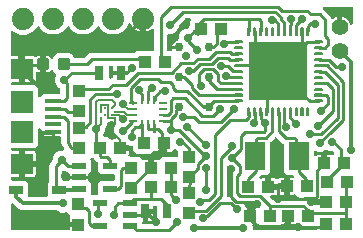
<source format=gbr>
G04 EAGLE Gerber RS-274X export*
G75*
%MOMM*%
%FSLAX34Y34*%
%LPD*%
%INTop Copper*%
%IPPOS*%
%AMOC8*
5,1,8,0,0,1.08239X$1,22.5*%
G01*
%ADD10R,1.100000X1.000000*%
%ADD11R,1.000000X1.100000*%
%ADD12R,0.800000X1.200000*%
%ADD13R,1.200000X0.550000*%
%ADD14R,1.200000X0.700000*%
%ADD15C,0.200000*%
%ADD16C,1.422400*%
%ADD17C,0.300000*%
%ADD18R,0.675000X0.250000*%
%ADD19R,0.250000X0.675000*%
%ADD20C,0.210000*%
%ADD21R,5.000000X5.000000*%
%ADD22R,1.400000X0.350000*%
%ADD23R,1.900000X1.800000*%
%ADD24R,1.900000X1.900000*%
%ADD25R,1.700000X2.400000*%
%ADD26C,0.764800*%
%ADD27C,1.879600*%
%ADD28C,0.254000*%
%ADD29C,0.724800*%
%ADD30C,0.304800*%
%ADD31C,0.152400*%

G36*
X29576Y117909D02*
X29576Y117909D01*
X29715Y117914D01*
X29735Y117919D01*
X29755Y117920D01*
X29887Y117963D01*
X30021Y118002D01*
X30038Y118012D01*
X30057Y118018D01*
X30175Y118093D01*
X30295Y118163D01*
X30316Y118182D01*
X30326Y118189D01*
X30340Y118204D01*
X30415Y118270D01*
X32500Y120355D01*
X45856Y120355D01*
X45974Y120370D01*
X46093Y120377D01*
X46131Y120390D01*
X46172Y120395D01*
X46282Y120438D01*
X46395Y120475D01*
X46430Y120497D01*
X46467Y120512D01*
X46563Y120581D01*
X46664Y120645D01*
X46692Y120675D01*
X46725Y120698D01*
X46801Y120790D01*
X46882Y120877D01*
X46902Y120912D01*
X46927Y120943D01*
X46978Y121051D01*
X47036Y121155D01*
X47046Y121195D01*
X47063Y121231D01*
X47085Y121348D01*
X47115Y121463D01*
X47119Y121523D01*
X47123Y121543D01*
X47121Y121564D01*
X47125Y121624D01*
X47125Y124251D01*
X47122Y124280D01*
X47124Y124310D01*
X47102Y124438D01*
X47085Y124567D01*
X47075Y124594D01*
X47070Y124623D01*
X47016Y124742D01*
X46968Y124862D01*
X46951Y124886D01*
X46939Y124913D01*
X46858Y125014D01*
X46782Y125120D01*
X46759Y125138D01*
X46740Y125161D01*
X46637Y125239D01*
X46537Y125322D01*
X46510Y125335D01*
X46486Y125353D01*
X46342Y125424D01*
X46105Y125522D01*
X43942Y127685D01*
X42771Y130511D01*
X42771Y133569D01*
X43811Y136080D01*
X43819Y136108D01*
X43832Y136134D01*
X43861Y136261D01*
X43895Y136386D01*
X43895Y136416D01*
X43902Y136445D01*
X43898Y136574D01*
X43900Y136704D01*
X43893Y136733D01*
X43892Y136763D01*
X43856Y136887D01*
X43826Y137014D01*
X43812Y137040D01*
X43804Y137068D01*
X43738Y137180D01*
X43677Y137295D01*
X43657Y137317D01*
X43642Y137342D01*
X43536Y137463D01*
X41795Y139204D01*
X41276Y140456D01*
X41248Y140505D01*
X41229Y140558D01*
X41170Y140643D01*
X41119Y140733D01*
X41079Y140773D01*
X41047Y140820D01*
X40969Y140887D01*
X40897Y140961D01*
X40849Y140991D01*
X40807Y141028D01*
X40714Y141073D01*
X40626Y141127D01*
X40572Y141144D01*
X40522Y141169D01*
X40421Y141191D01*
X40322Y141221D01*
X40266Y141224D01*
X40211Y141235D01*
X40108Y141231D01*
X40005Y141236D01*
X39949Y141225D01*
X39893Y141222D01*
X39794Y141193D01*
X39693Y141172D01*
X39642Y141147D01*
X39588Y141131D01*
X39500Y141077D01*
X39407Y141032D01*
X39365Y140996D01*
X39316Y140966D01*
X39244Y140893D01*
X39165Y140826D01*
X39133Y140780D01*
X39093Y140739D01*
X39004Y140605D01*
X38774Y140206D01*
X38122Y139554D01*
X37324Y139094D01*
X36434Y138855D01*
X34972Y138855D01*
X34972Y144626D01*
X34957Y144744D01*
X34950Y144862D01*
X34937Y144901D01*
X34932Y144941D01*
X34888Y145052D01*
X34852Y145165D01*
X34830Y145199D01*
X34815Y145237D01*
X34745Y145333D01*
X34681Y145434D01*
X34652Y145461D01*
X34628Y145494D01*
X34536Y145570D01*
X34450Y145652D01*
X34414Y145671D01*
X34383Y145697D01*
X34276Y145748D01*
X34171Y145805D01*
X34132Y145815D01*
X34095Y145832D01*
X33989Y145853D01*
X34018Y145857D01*
X34129Y145900D01*
X34242Y145937D01*
X34276Y145959D01*
X34314Y145974D01*
X34410Y146043D01*
X34511Y146107D01*
X34538Y146137D01*
X34571Y146160D01*
X34647Y146252D01*
X34729Y146339D01*
X34748Y146374D01*
X34774Y146405D01*
X34825Y146513D01*
X34882Y146617D01*
X34892Y146657D01*
X34910Y146693D01*
X34932Y146810D01*
X34962Y146925D01*
X34965Y146985D01*
X34969Y147005D01*
X34968Y147026D01*
X34972Y147086D01*
X34972Y152856D01*
X36434Y152857D01*
X37324Y152618D01*
X38122Y152157D01*
X38774Y151505D01*
X39004Y151106D01*
X39038Y151061D01*
X39065Y151011D01*
X39134Y150935D01*
X39197Y150853D01*
X39241Y150818D01*
X39279Y150776D01*
X39365Y150719D01*
X39446Y150655D01*
X39497Y150632D01*
X39544Y150601D01*
X39642Y150568D01*
X39736Y150526D01*
X39792Y150516D01*
X39845Y150498D01*
X39948Y150490D01*
X40050Y150473D01*
X40106Y150477D01*
X40162Y150473D01*
X40264Y150491D01*
X40367Y150499D01*
X40420Y150518D01*
X40476Y150527D01*
X40570Y150570D01*
X40667Y150604D01*
X40714Y150635D01*
X40766Y150658D01*
X40846Y150722D01*
X40932Y150779D01*
X40970Y150821D01*
X41014Y150856D01*
X41076Y150939D01*
X41145Y151016D01*
X41171Y151065D01*
X41205Y151111D01*
X41276Y151255D01*
X41795Y152508D01*
X43360Y154073D01*
X45406Y154921D01*
X54620Y154921D01*
X56665Y154073D01*
X58230Y152508D01*
X58451Y151974D01*
X58466Y151948D01*
X58475Y151920D01*
X58544Y151811D01*
X58609Y151698D01*
X58629Y151677D01*
X58645Y151652D01*
X58740Y151563D01*
X58830Y151469D01*
X58855Y151454D01*
X58877Y151434D01*
X58991Y151371D01*
X59101Y151303D01*
X59129Y151294D01*
X59155Y151280D01*
X59281Y151248D01*
X59405Y151210D01*
X59435Y151208D01*
X59463Y151201D01*
X59624Y151191D01*
X66920Y151191D01*
X67019Y151203D01*
X67118Y151206D01*
X67176Y151223D01*
X67236Y151230D01*
X67328Y151267D01*
X67423Y151294D01*
X67475Y151325D01*
X67532Y151347D01*
X67612Y151406D01*
X67697Y151456D01*
X67772Y151522D01*
X67789Y151534D01*
X67797Y151544D01*
X67818Y151562D01*
X70638Y154383D01*
X72599Y155195D01*
X109212Y155195D01*
X109310Y155207D01*
X109409Y155210D01*
X109467Y155227D01*
X109527Y155235D01*
X109619Y155271D01*
X109714Y155299D01*
X109767Y155329D01*
X109823Y155352D01*
X109903Y155410D01*
X109988Y155460D01*
X110064Y155526D01*
X110080Y155538D01*
X110088Y155548D01*
X110109Y155566D01*
X111602Y157060D01*
X125476Y157060D01*
X125594Y157075D01*
X125713Y157082D01*
X125751Y157095D01*
X125792Y157100D01*
X125902Y157143D01*
X126015Y157180D01*
X126050Y157202D01*
X126087Y157217D01*
X126183Y157287D01*
X126284Y157350D01*
X126312Y157380D01*
X126345Y157403D01*
X126421Y157495D01*
X126502Y157582D01*
X126522Y157617D01*
X126547Y157648D01*
X126598Y157756D01*
X126656Y157860D01*
X126666Y157900D01*
X126683Y157936D01*
X126705Y158053D01*
X126735Y158168D01*
X126739Y158229D01*
X126743Y158249D01*
X126741Y158269D01*
X126745Y158329D01*
X126745Y174651D01*
X126740Y174690D01*
X126743Y174730D01*
X126720Y174848D01*
X126705Y174966D01*
X126691Y175003D01*
X126683Y175042D01*
X126632Y175151D01*
X126588Y175262D01*
X126565Y175294D01*
X126548Y175330D01*
X126472Y175423D01*
X126402Y175519D01*
X126371Y175545D01*
X126346Y175575D01*
X126249Y175646D01*
X126157Y175722D01*
X126121Y175739D01*
X126088Y175763D01*
X125977Y175807D01*
X125869Y175858D01*
X125830Y175865D01*
X125793Y175880D01*
X125674Y175895D01*
X125557Y175918D01*
X125517Y175915D01*
X125477Y175920D01*
X125358Y175905D01*
X125239Y175898D01*
X125201Y175886D01*
X125162Y175881D01*
X125050Y175837D01*
X124937Y175800D01*
X124903Y175779D01*
X124866Y175764D01*
X124730Y175678D01*
X123322Y174655D01*
X121724Y173840D01*
X120017Y173286D01*
X119887Y173265D01*
X119887Y183134D01*
X119872Y183252D01*
X119865Y183371D01*
X119852Y183409D01*
X119847Y183449D01*
X119804Y183560D01*
X119767Y183673D01*
X119745Y183707D01*
X119730Y183745D01*
X119660Y183841D01*
X119597Y183942D01*
X119567Y183970D01*
X119543Y184002D01*
X119452Y184078D01*
X119365Y184160D01*
X119330Y184179D01*
X119299Y184205D01*
X119191Y184256D01*
X119087Y184313D01*
X119047Y184324D01*
X119011Y184341D01*
X118894Y184363D01*
X118779Y184393D01*
X118718Y184397D01*
X118698Y184401D01*
X118678Y184399D01*
X118618Y184403D01*
X116078Y184403D01*
X115960Y184388D01*
X115841Y184381D01*
X115803Y184368D01*
X115762Y184363D01*
X115652Y184319D01*
X115539Y184283D01*
X115504Y184261D01*
X115467Y184246D01*
X115371Y184176D01*
X115270Y184113D01*
X115242Y184083D01*
X115209Y184059D01*
X115134Y183968D01*
X115052Y183881D01*
X115032Y183846D01*
X115007Y183814D01*
X114956Y183707D01*
X114898Y183602D01*
X114888Y183563D01*
X114871Y183527D01*
X114849Y183410D01*
X114819Y183295D01*
X114815Y183234D01*
X114811Y183214D01*
X114813Y183194D01*
X114809Y183134D01*
X114809Y173265D01*
X114679Y173286D01*
X112972Y173840D01*
X111374Y174655D01*
X109922Y175710D01*
X108654Y176978D01*
X107599Y178430D01*
X106889Y179824D01*
X106838Y179898D01*
X106797Y179977D01*
X106749Y180029D01*
X106710Y180087D01*
X106643Y180146D01*
X106583Y180212D01*
X106524Y180251D01*
X106471Y180297D01*
X106392Y180338D01*
X106317Y180387D01*
X106251Y180410D01*
X106188Y180441D01*
X106101Y180461D01*
X106016Y180490D01*
X105946Y180496D01*
X105878Y180511D01*
X105788Y180508D01*
X105699Y180515D01*
X105630Y180503D01*
X105560Y180501D01*
X105474Y180476D01*
X105386Y180461D01*
X105322Y180432D01*
X105254Y180413D01*
X105177Y180367D01*
X105096Y180330D01*
X105041Y180287D01*
X104981Y180251D01*
X104917Y180188D01*
X104847Y180132D01*
X104805Y180076D01*
X104756Y180026D01*
X104710Y179949D01*
X104656Y179878D01*
X104601Y179765D01*
X104593Y179753D01*
X104592Y179746D01*
X104585Y179733D01*
X103361Y176778D01*
X99574Y172991D01*
X94626Y170941D01*
X89270Y170941D01*
X84322Y172991D01*
X80535Y176778D01*
X80421Y177054D01*
X80352Y177175D01*
X80287Y177297D01*
X80273Y177312D01*
X80263Y177330D01*
X80166Y177430D01*
X80073Y177533D01*
X80056Y177544D01*
X80042Y177558D01*
X79924Y177631D01*
X79807Y177708D01*
X79788Y177714D01*
X79771Y177725D01*
X79638Y177766D01*
X79506Y177811D01*
X79486Y177812D01*
X79467Y177818D01*
X79328Y177825D01*
X79189Y177836D01*
X79169Y177832D01*
X79149Y177833D01*
X79013Y177805D01*
X78876Y177781D01*
X78857Y177773D01*
X78838Y177769D01*
X78712Y177708D01*
X78586Y177651D01*
X78570Y177638D01*
X78552Y177629D01*
X78446Y177539D01*
X78337Y177452D01*
X78325Y177436D01*
X78310Y177423D01*
X78229Y177309D01*
X78146Y177198D01*
X78134Y177173D01*
X78127Y177163D01*
X78120Y177144D01*
X78075Y177054D01*
X77961Y176778D01*
X74174Y172991D01*
X69226Y170941D01*
X63870Y170941D01*
X58922Y172991D01*
X55135Y176778D01*
X55021Y177054D01*
X54952Y177175D01*
X54887Y177297D01*
X54873Y177312D01*
X54863Y177330D01*
X54766Y177430D01*
X54673Y177533D01*
X54656Y177544D01*
X54642Y177558D01*
X54524Y177631D01*
X54407Y177708D01*
X54388Y177714D01*
X54371Y177725D01*
X54238Y177766D01*
X54106Y177811D01*
X54086Y177812D01*
X54067Y177818D01*
X53928Y177825D01*
X53789Y177836D01*
X53769Y177832D01*
X53749Y177833D01*
X53613Y177805D01*
X53476Y177781D01*
X53457Y177773D01*
X53438Y177769D01*
X53312Y177708D01*
X53186Y177651D01*
X53170Y177638D01*
X53152Y177629D01*
X53046Y177539D01*
X52937Y177452D01*
X52925Y177436D01*
X52910Y177423D01*
X52829Y177309D01*
X52746Y177198D01*
X52734Y177173D01*
X52727Y177163D01*
X52720Y177144D01*
X52675Y177054D01*
X52561Y176778D01*
X48774Y172991D01*
X43826Y170941D01*
X38470Y170941D01*
X33522Y172991D01*
X29735Y176778D01*
X29621Y177054D01*
X29552Y177175D01*
X29487Y177297D01*
X29473Y177312D01*
X29463Y177330D01*
X29366Y177430D01*
X29273Y177533D01*
X29256Y177544D01*
X29242Y177558D01*
X29124Y177631D01*
X29007Y177708D01*
X28988Y177714D01*
X28971Y177725D01*
X28838Y177766D01*
X28706Y177811D01*
X28686Y177812D01*
X28667Y177818D01*
X28528Y177825D01*
X28389Y177836D01*
X28369Y177832D01*
X28349Y177833D01*
X28213Y177805D01*
X28076Y177781D01*
X28057Y177773D01*
X28038Y177769D01*
X27912Y177708D01*
X27786Y177651D01*
X27770Y177638D01*
X27752Y177629D01*
X27646Y177539D01*
X27537Y177452D01*
X27525Y177436D01*
X27510Y177423D01*
X27429Y177309D01*
X27346Y177198D01*
X27334Y177173D01*
X27327Y177163D01*
X27320Y177144D01*
X27275Y177054D01*
X27161Y176778D01*
X23374Y172991D01*
X18426Y170941D01*
X13070Y170941D01*
X8122Y172991D01*
X7501Y173611D01*
X7392Y173696D01*
X7285Y173785D01*
X7266Y173794D01*
X7250Y173806D01*
X7122Y173862D01*
X6997Y173921D01*
X6977Y173925D01*
X6958Y173933D01*
X6820Y173955D01*
X6684Y173981D01*
X6664Y173979D01*
X6644Y173982D01*
X6505Y173969D01*
X6367Y173961D01*
X6348Y173955D01*
X6328Y173953D01*
X6197Y173906D01*
X6065Y173863D01*
X6047Y173852D01*
X6028Y173845D01*
X5914Y173767D01*
X5796Y173693D01*
X5782Y173678D01*
X5765Y173666D01*
X5673Y173562D01*
X5578Y173461D01*
X5568Y173443D01*
X5555Y173428D01*
X5492Y173304D01*
X5424Y173182D01*
X5419Y173163D01*
X5410Y173145D01*
X5380Y173009D01*
X5345Y172875D01*
X5343Y172847D01*
X5340Y172835D01*
X5341Y172814D01*
X5335Y172714D01*
X5335Y153810D01*
X5350Y153692D01*
X5357Y153573D01*
X5370Y153535D01*
X5375Y153494D01*
X5418Y153384D01*
X5455Y153271D01*
X5477Y153236D01*
X5492Y153199D01*
X5561Y153103D01*
X5625Y153002D01*
X5655Y152974D01*
X5678Y152941D01*
X5770Y152865D01*
X5857Y152784D01*
X5892Y152764D01*
X5923Y152739D01*
X6031Y152688D01*
X6135Y152630D01*
X6175Y152620D01*
X6211Y152603D01*
X6328Y152581D01*
X6443Y152551D01*
X6503Y152547D01*
X6523Y152543D01*
X6544Y152545D01*
X6604Y152541D01*
X12145Y152541D01*
X12145Y144079D01*
X6604Y144079D01*
X6486Y144064D01*
X6367Y144057D01*
X6329Y144044D01*
X6288Y144039D01*
X6178Y143995D01*
X6065Y143959D01*
X6030Y143937D01*
X5993Y143922D01*
X5897Y143852D01*
X5796Y143789D01*
X5768Y143759D01*
X5735Y143735D01*
X5659Y143644D01*
X5578Y143557D01*
X5558Y143522D01*
X5533Y143490D01*
X5482Y143383D01*
X5424Y143279D01*
X5414Y143239D01*
X5397Y143203D01*
X5375Y143086D01*
X5345Y142971D01*
X5341Y142910D01*
X5337Y142890D01*
X5339Y142870D01*
X5335Y142810D01*
X5335Y140270D01*
X5350Y140152D01*
X5357Y140033D01*
X5370Y139995D01*
X5375Y139955D01*
X5418Y139844D01*
X5455Y139731D01*
X5477Y139696D01*
X5492Y139659D01*
X5561Y139563D01*
X5625Y139462D01*
X5655Y139434D01*
X5678Y139401D01*
X5770Y139326D01*
X5857Y139244D01*
X5892Y139224D01*
X5923Y139199D01*
X6031Y139148D01*
X6135Y139090D01*
X6175Y139080D01*
X6211Y139063D01*
X6328Y139041D01*
X6443Y139011D01*
X6503Y139007D01*
X6523Y139003D01*
X6544Y139005D01*
X6604Y139001D01*
X12145Y139001D01*
X12145Y130539D01*
X6604Y130539D01*
X6486Y130524D01*
X6367Y130517D01*
X6329Y130504D01*
X6288Y130499D01*
X6178Y130456D01*
X6065Y130419D01*
X6030Y130397D01*
X5993Y130382D01*
X5897Y130313D01*
X5796Y130249D01*
X5768Y130219D01*
X5735Y130196D01*
X5659Y130104D01*
X5578Y130017D01*
X5558Y129982D01*
X5533Y129951D01*
X5482Y129843D01*
X5424Y129739D01*
X5414Y129699D01*
X5397Y129663D01*
X5375Y129546D01*
X5345Y129431D01*
X5341Y129371D01*
X5337Y129351D01*
X5339Y129330D01*
X5335Y129270D01*
X5335Y129074D01*
X5350Y128956D01*
X5357Y128837D01*
X5370Y128799D01*
X5375Y128758D01*
X5418Y128648D01*
X5455Y128535D01*
X5477Y128500D01*
X5492Y128463D01*
X5561Y128367D01*
X5625Y128266D01*
X5655Y128238D01*
X5678Y128205D01*
X5770Y128129D01*
X5857Y128048D01*
X5892Y128028D01*
X5923Y128003D01*
X6031Y127952D01*
X6135Y127894D01*
X6175Y127884D01*
X6211Y127867D01*
X6328Y127845D01*
X6443Y127815D01*
X6503Y127811D01*
X6523Y127807D01*
X6544Y127809D01*
X6604Y127805D01*
X25868Y127805D01*
X28249Y125424D01*
X28249Y119167D01*
X28266Y119030D01*
X28279Y118891D01*
X28286Y118872D01*
X28289Y118852D01*
X28340Y118723D01*
X28387Y118592D01*
X28398Y118575D01*
X28406Y118556D01*
X28487Y118444D01*
X28565Y118329D01*
X28581Y118315D01*
X28592Y118299D01*
X28700Y118210D01*
X28804Y118118D01*
X28822Y118109D01*
X28837Y118096D01*
X28963Y118037D01*
X29087Y117974D01*
X29107Y117969D01*
X29125Y117960D01*
X29261Y117934D01*
X29397Y117904D01*
X29418Y117904D01*
X29437Y117901D01*
X29576Y117909D01*
G37*
G36*
X35204Y33544D02*
X35204Y33544D01*
X35323Y33551D01*
X35361Y33564D01*
X35402Y33569D01*
X35512Y33612D01*
X35625Y33649D01*
X35660Y33671D01*
X35697Y33686D01*
X35793Y33755D01*
X35894Y33819D01*
X35922Y33849D01*
X35955Y33872D01*
X36031Y33964D01*
X36112Y34051D01*
X36132Y34086D01*
X36157Y34117D01*
X36208Y34225D01*
X36266Y34329D01*
X36276Y34369D01*
X36293Y34405D01*
X36315Y34522D01*
X36345Y34637D01*
X36349Y34697D01*
X36353Y34717D01*
X36351Y34738D01*
X36355Y34798D01*
X36355Y44904D01*
X37474Y46022D01*
X37534Y46100D01*
X37602Y46172D01*
X37631Y46225D01*
X37668Y46273D01*
X37708Y46364D01*
X37756Y46451D01*
X37771Y46509D01*
X37795Y46565D01*
X37810Y46663D01*
X37835Y46759D01*
X37841Y46859D01*
X37845Y46879D01*
X37843Y46891D01*
X37845Y46919D01*
X37845Y59295D01*
X37843Y59312D01*
X37844Y59355D01*
X37799Y60301D01*
X37801Y60309D01*
X37835Y60442D01*
X37837Y60472D01*
X37840Y60484D01*
X37839Y60499D01*
X38191Y61348D01*
X38196Y61365D01*
X38213Y61405D01*
X38533Y62295D01*
X38538Y62302D01*
X38621Y62412D01*
X38634Y62439D01*
X38641Y62449D01*
X38646Y62463D01*
X39297Y63113D01*
X39307Y63127D01*
X39338Y63157D01*
X40241Y64150D01*
X40281Y64206D01*
X40328Y64257D01*
X40372Y64336D01*
X40424Y64410D01*
X40448Y64475D01*
X40482Y64535D01*
X40504Y64623D01*
X40536Y64708D01*
X40544Y64776D01*
X40561Y64843D01*
X40571Y65004D01*
X40571Y66569D01*
X41742Y69395D01*
X43905Y71558D01*
X46731Y72729D01*
X49098Y72729D01*
X49191Y72741D01*
X49286Y72743D01*
X49348Y72760D01*
X49413Y72769D01*
X49501Y72803D01*
X49592Y72829D01*
X49648Y72862D01*
X49709Y72886D01*
X49785Y72941D01*
X49867Y72989D01*
X49913Y73034D01*
X49966Y73072D01*
X50026Y73145D01*
X50094Y73212D01*
X50127Y73267D01*
X50169Y73317D01*
X50209Y73403D01*
X50258Y73484D01*
X50277Y73546D01*
X50304Y73605D01*
X50322Y73698D01*
X50349Y73789D01*
X50352Y73854D01*
X50364Y73917D01*
X50358Y74012D01*
X50362Y74106D01*
X50349Y74170D01*
X50344Y74235D01*
X50315Y74325D01*
X50296Y74417D01*
X50252Y74520D01*
X50246Y74537D01*
X50241Y74546D01*
X50233Y74566D01*
X49048Y76936D01*
X48979Y77038D01*
X48916Y77145D01*
X48885Y77180D01*
X48882Y77186D01*
X48879Y77188D01*
X48871Y77200D01*
X48855Y77214D01*
X48818Y77256D01*
X48501Y78022D01*
X48490Y78040D01*
X48464Y78104D01*
X48092Y78848D01*
X48071Y78954D01*
X48053Y79076D01*
X48036Y79126D01*
X48033Y79145D01*
X48023Y79164D01*
X48005Y79217D01*
X48005Y80046D01*
X48003Y80067D01*
X48002Y80136D01*
X47943Y80965D01*
X47964Y81072D01*
X47995Y81191D01*
X47998Y81243D01*
X48002Y81262D01*
X48001Y81284D01*
X48005Y81352D01*
X48005Y83520D01*
X47990Y83638D01*
X47983Y83757D01*
X47970Y83795D01*
X47965Y83836D01*
X47922Y83946D01*
X47885Y84059D01*
X47863Y84094D01*
X47848Y84131D01*
X47779Y84227D01*
X47715Y84328D01*
X47685Y84356D01*
X47662Y84389D01*
X47570Y84465D01*
X47483Y84546D01*
X47448Y84566D01*
X47417Y84591D01*
X47309Y84642D01*
X47205Y84700D01*
X47165Y84710D01*
X47129Y84727D01*
X47012Y84749D01*
X46897Y84779D01*
X46837Y84783D01*
X46817Y84787D01*
X46796Y84785D01*
X46736Y84789D01*
X42453Y84789D01*
X42453Y87956D01*
X42438Y88074D01*
X42431Y88193D01*
X42419Y88231D01*
X42414Y88272D01*
X42370Y88382D01*
X42333Y88495D01*
X42311Y88530D01*
X42297Y88567D01*
X42227Y88663D01*
X42163Y88764D01*
X42133Y88792D01*
X42110Y88825D01*
X42018Y88901D01*
X41931Y88982D01*
X41896Y89002D01*
X41865Y89027D01*
X41757Y89078D01*
X41653Y89136D01*
X41614Y89146D01*
X41577Y89163D01*
X41460Y89185D01*
X41345Y89215D01*
X41285Y89219D01*
X41265Y89223D01*
X41264Y89223D01*
X41244Y89221D01*
X41184Y89225D01*
X41066Y89210D01*
X40947Y89203D01*
X40908Y89190D01*
X40868Y89185D01*
X40758Y89142D01*
X40644Y89105D01*
X40610Y89083D01*
X40573Y89068D01*
X40476Y88999D01*
X40376Y88935D01*
X40348Y88905D01*
X40315Y88882D01*
X40239Y88790D01*
X40158Y88703D01*
X40138Y88668D01*
X40112Y88637D01*
X40062Y88529D01*
X40004Y88425D01*
X39994Y88385D01*
X39977Y88349D01*
X39955Y88232D01*
X39925Y88117D01*
X39921Y88057D01*
X39917Y88037D01*
X39918Y88016D01*
X39915Y87956D01*
X39915Y84789D01*
X33921Y84789D01*
X33412Y84926D01*
X32955Y85189D01*
X32583Y85561D01*
X32320Y86018D01*
X32183Y86527D01*
X32183Y87559D01*
X32259Y87614D01*
X32266Y87622D01*
X32274Y87628D01*
X32367Y87744D01*
X32462Y87859D01*
X32466Y87868D01*
X32473Y87876D01*
X32535Y88013D01*
X32598Y88147D01*
X32600Y88157D01*
X32604Y88166D01*
X32630Y88314D01*
X32657Y88459D01*
X32657Y88469D01*
X32659Y88479D01*
X32647Y88628D01*
X32638Y88777D01*
X32635Y88786D01*
X32634Y88796D01*
X32585Y88938D01*
X32540Y89079D01*
X32534Y89088D01*
X32531Y89097D01*
X32449Y89222D01*
X32370Y89348D01*
X32362Y89355D01*
X32357Y89363D01*
X32245Y89479D01*
X32244Y89479D01*
X32188Y89519D01*
X32138Y89566D01*
X32058Y89610D01*
X32020Y89637D01*
X31968Y89708D01*
X31918Y89793D01*
X31851Y89869D01*
X31840Y89885D01*
X31830Y89893D01*
X31812Y89914D01*
X30415Y91310D01*
X30306Y91395D01*
X30199Y91484D01*
X30180Y91493D01*
X30164Y91505D01*
X30036Y91561D01*
X29911Y91620D01*
X29891Y91623D01*
X29872Y91631D01*
X29734Y91653D01*
X29598Y91679D01*
X29578Y91678D01*
X29558Y91681D01*
X29419Y91668D01*
X29281Y91660D01*
X29262Y91653D01*
X29242Y91651D01*
X29110Y91604D01*
X28979Y91562D01*
X28961Y91551D01*
X28942Y91544D01*
X28827Y91466D01*
X28710Y91391D01*
X28696Y91377D01*
X28679Y91365D01*
X28587Y91261D01*
X28492Y91160D01*
X28482Y91142D01*
X28469Y91127D01*
X28405Y91003D01*
X28338Y90881D01*
X28333Y90862D01*
X28324Y90844D01*
X28294Y90708D01*
X28259Y90573D01*
X28257Y90545D01*
X28254Y90533D01*
X28255Y90513D01*
X28249Y90413D01*
X28249Y77656D01*
X25868Y75275D01*
X6604Y75275D01*
X6486Y75260D01*
X6367Y75253D01*
X6329Y75240D01*
X6288Y75235D01*
X6178Y75192D01*
X6065Y75155D01*
X6030Y75133D01*
X5993Y75118D01*
X5897Y75049D01*
X5796Y74985D01*
X5768Y74955D01*
X5735Y74932D01*
X5659Y74840D01*
X5578Y74753D01*
X5558Y74718D01*
X5533Y74687D01*
X5482Y74579D01*
X5424Y74475D01*
X5414Y74435D01*
X5397Y74399D01*
X5375Y74282D01*
X5345Y74167D01*
X5341Y74106D01*
X5337Y74087D01*
X5339Y74066D01*
X5335Y74006D01*
X5335Y73810D01*
X5350Y73692D01*
X5357Y73573D01*
X5370Y73535D01*
X5375Y73494D01*
X5418Y73384D01*
X5455Y73271D01*
X5477Y73236D01*
X5492Y73199D01*
X5561Y73103D01*
X5625Y73002D01*
X5655Y72974D01*
X5678Y72941D01*
X5770Y72865D01*
X5857Y72784D01*
X5892Y72764D01*
X5923Y72739D01*
X6031Y72688D01*
X6135Y72630D01*
X6175Y72620D01*
X6211Y72603D01*
X6328Y72581D01*
X6443Y72551D01*
X6503Y72547D01*
X6523Y72543D01*
X6544Y72545D01*
X6604Y72541D01*
X12145Y72541D01*
X12145Y64079D01*
X6604Y64079D01*
X6486Y64064D01*
X6367Y64057D01*
X6329Y64044D01*
X6288Y64039D01*
X6178Y63995D01*
X6065Y63959D01*
X6030Y63937D01*
X5993Y63922D01*
X5897Y63852D01*
X5796Y63789D01*
X5768Y63759D01*
X5735Y63735D01*
X5659Y63644D01*
X5578Y63557D01*
X5558Y63522D01*
X5533Y63490D01*
X5482Y63383D01*
X5424Y63279D01*
X5414Y63239D01*
X5397Y63203D01*
X5375Y63086D01*
X5345Y62971D01*
X5341Y62910D01*
X5337Y62890D01*
X5339Y62870D01*
X5335Y62810D01*
X5335Y60270D01*
X5350Y60152D01*
X5357Y60033D01*
X5370Y59995D01*
X5375Y59955D01*
X5418Y59844D01*
X5455Y59731D01*
X5477Y59696D01*
X5492Y59659D01*
X5561Y59563D01*
X5625Y59462D01*
X5655Y59434D01*
X5678Y59401D01*
X5770Y59326D01*
X5857Y59244D01*
X5892Y59224D01*
X5923Y59199D01*
X6031Y59148D01*
X6135Y59090D01*
X6175Y59080D01*
X6211Y59063D01*
X6328Y59041D01*
X6443Y59011D01*
X6503Y59007D01*
X6523Y59003D01*
X6544Y59005D01*
X6604Y59001D01*
X12145Y59001D01*
X12145Y50539D01*
X6604Y50539D01*
X6486Y50524D01*
X6367Y50517D01*
X6329Y50504D01*
X6288Y50499D01*
X6178Y50456D01*
X6065Y50419D01*
X6030Y50397D01*
X5993Y50382D01*
X5897Y50313D01*
X5796Y50249D01*
X5768Y50219D01*
X5735Y50196D01*
X5659Y50104D01*
X5578Y50017D01*
X5558Y49982D01*
X5533Y49951D01*
X5482Y49843D01*
X5424Y49739D01*
X5414Y49699D01*
X5397Y49663D01*
X5375Y49546D01*
X5345Y49431D01*
X5341Y49371D01*
X5337Y49351D01*
X5339Y49330D01*
X5335Y49270D01*
X5335Y48554D01*
X5350Y48436D01*
X5357Y48317D01*
X5370Y48279D01*
X5375Y48238D01*
X5418Y48128D01*
X5455Y48015D01*
X5477Y47980D01*
X5492Y47943D01*
X5561Y47847D01*
X5625Y47746D01*
X5655Y47718D01*
X5678Y47685D01*
X5770Y47609D01*
X5857Y47528D01*
X5892Y47508D01*
X5923Y47483D01*
X6031Y47432D01*
X6135Y47374D01*
X6175Y47364D01*
X6211Y47347D01*
X6328Y47325D01*
X6443Y47295D01*
X6503Y47291D01*
X6523Y47287D01*
X6544Y47289D01*
X6604Y47285D01*
X17104Y47285D01*
X19485Y44904D01*
X19485Y34798D01*
X19500Y34680D01*
X19507Y34561D01*
X19520Y34523D01*
X19525Y34482D01*
X19568Y34372D01*
X19605Y34259D01*
X19627Y34224D01*
X19642Y34187D01*
X19711Y34091D01*
X19775Y33990D01*
X19805Y33962D01*
X19828Y33929D01*
X19920Y33853D01*
X20007Y33772D01*
X20042Y33752D01*
X20073Y33727D01*
X20181Y33676D01*
X20285Y33618D01*
X20325Y33608D01*
X20361Y33591D01*
X20478Y33569D01*
X20593Y33539D01*
X20653Y33535D01*
X20673Y33531D01*
X20694Y33533D01*
X20754Y33529D01*
X35086Y33529D01*
X35204Y33544D01*
G37*
G36*
X54068Y5342D02*
X54068Y5342D01*
X54187Y5350D01*
X54225Y5362D01*
X54265Y5367D01*
X54376Y5411D01*
X54489Y5448D01*
X54524Y5469D01*
X54561Y5484D01*
X54658Y5554D01*
X54758Y5618D01*
X54786Y5648D01*
X54818Y5671D01*
X54894Y5763D01*
X54976Y5850D01*
X54996Y5885D01*
X55021Y5916D01*
X55072Y6024D01*
X55130Y6128D01*
X55140Y6167D01*
X55157Y6204D01*
X55179Y6321D01*
X55209Y6436D01*
X55213Y6496D01*
X55217Y6516D01*
X55215Y6537D01*
X55219Y6597D01*
X55219Y7581D01*
X60990Y7581D01*
X61108Y7596D01*
X61227Y7603D01*
X61265Y7615D01*
X61305Y7621D01*
X61416Y7664D01*
X61529Y7701D01*
X61563Y7723D01*
X61601Y7738D01*
X61697Y7807D01*
X61798Y7871D01*
X61826Y7901D01*
X61858Y7924D01*
X61934Y8016D01*
X62016Y8103D01*
X62035Y8138D01*
X62061Y8169D01*
X62112Y8277D01*
X62169Y8381D01*
X62179Y8421D01*
X62197Y8457D01*
X62219Y8574D01*
X62249Y8689D01*
X62253Y8749D01*
X62256Y8769D01*
X62255Y8790D01*
X62259Y8850D01*
X62259Y11310D01*
X62244Y11428D01*
X62237Y11547D01*
X62224Y11585D01*
X62219Y11626D01*
X62175Y11736D01*
X62139Y11849D01*
X62117Y11884D01*
X62102Y11921D01*
X62032Y12017D01*
X61969Y12118D01*
X61939Y12146D01*
X61915Y12179D01*
X61824Y12255D01*
X61737Y12336D01*
X61702Y12356D01*
X61670Y12381D01*
X61563Y12432D01*
X61458Y12490D01*
X61419Y12500D01*
X61383Y12517D01*
X61266Y12539D01*
X61150Y12569D01*
X61090Y12573D01*
X61070Y12577D01*
X61050Y12575D01*
X60990Y12579D01*
X55219Y12579D01*
X55219Y15843D01*
X55356Y16352D01*
X55360Y16361D01*
X55404Y16464D01*
X55455Y16564D01*
X55465Y16610D01*
X55484Y16654D01*
X55500Y16765D01*
X55525Y16875D01*
X55523Y16922D01*
X55530Y16968D01*
X55519Y17080D01*
X55515Y17193D01*
X55502Y17238D01*
X55497Y17285D01*
X55458Y17390D01*
X55427Y17498D01*
X55403Y17539D01*
X55386Y17583D01*
X55322Y17675D01*
X55265Y17772D01*
X55217Y17826D01*
X55205Y17844D01*
X55191Y17856D01*
X55159Y17893D01*
X52816Y20236D01*
X52792Y20254D01*
X52773Y20276D01*
X52667Y20351D01*
X52564Y20431D01*
X52537Y20443D01*
X52513Y20460D01*
X52392Y20506D01*
X52273Y20557D01*
X52243Y20562D01*
X52216Y20572D01*
X52087Y20587D01*
X51958Y20607D01*
X51929Y20604D01*
X51900Y20608D01*
X51771Y20589D01*
X51642Y20577D01*
X51614Y20567D01*
X51585Y20563D01*
X51432Y20511D01*
X50805Y20251D01*
X47747Y20251D01*
X44921Y21422D01*
X44363Y21980D01*
X44285Y22040D01*
X44213Y22108D01*
X44160Y22137D01*
X44112Y22174D01*
X44021Y22214D01*
X43934Y22262D01*
X43876Y22277D01*
X43820Y22301D01*
X43722Y22316D01*
X43626Y22341D01*
X43526Y22347D01*
X43506Y22351D01*
X43493Y22349D01*
X43465Y22351D01*
X14128Y22351D01*
X12074Y23202D01*
X10324Y24953D01*
X7501Y27775D01*
X7423Y27836D01*
X7352Y27903D01*
X7317Y27922D01*
X7285Y27949D01*
X7266Y27957D01*
X7250Y27970D01*
X7157Y28010D01*
X7073Y28056D01*
X7035Y28066D01*
X6997Y28084D01*
X6977Y28088D01*
X6958Y28096D01*
X6856Y28112D01*
X6765Y28136D01*
X6708Y28140D01*
X6684Y28144D01*
X6664Y28143D01*
X6644Y28146D01*
X6629Y28145D01*
X6604Y28146D01*
X6494Y28132D01*
X6367Y28124D01*
X6348Y28118D01*
X6328Y28116D01*
X6306Y28109D01*
X6288Y28106D01*
X6185Y28065D01*
X6065Y28026D01*
X6047Y28015D01*
X6028Y28009D01*
X6010Y27996D01*
X5993Y27989D01*
X5902Y27924D01*
X5796Y27856D01*
X5782Y27841D01*
X5765Y27830D01*
X5751Y27813D01*
X5735Y27802D01*
X5663Y27715D01*
X5578Y27625D01*
X5568Y27607D01*
X5555Y27592D01*
X5545Y27572D01*
X5533Y27557D01*
X5484Y27453D01*
X5424Y27346D01*
X5419Y27326D01*
X5410Y27308D01*
X5405Y27287D01*
X5397Y27270D01*
X5375Y27155D01*
X5345Y27038D01*
X5343Y27010D01*
X5340Y26998D01*
X5341Y26978D01*
X5341Y26977D01*
X5337Y26957D01*
X5339Y26937D01*
X5335Y26877D01*
X5335Y6603D01*
X5350Y6485D01*
X5357Y6366D01*
X5369Y6328D01*
X5375Y6288D01*
X5418Y6177D01*
X5455Y6064D01*
X5477Y6030D01*
X5492Y5992D01*
X5562Y5896D01*
X5625Y5795D01*
X5655Y5767D01*
X5678Y5735D01*
X5770Y5659D01*
X5857Y5577D01*
X5892Y5558D01*
X5923Y5532D01*
X6031Y5481D01*
X6135Y5424D01*
X6175Y5413D01*
X6211Y5396D01*
X6328Y5374D01*
X6443Y5344D01*
X6504Y5340D01*
X6523Y5336D01*
X6544Y5338D01*
X6604Y5334D01*
X53950Y5328D01*
X54068Y5342D01*
G37*
G36*
X248046Y30916D02*
X248046Y30916D01*
X248185Y30929D01*
X248204Y30936D01*
X248224Y30939D01*
X248353Y30990D01*
X248484Y31037D01*
X248501Y31048D01*
X248520Y31056D01*
X248632Y31137D01*
X248747Y31215D01*
X248761Y31231D01*
X248777Y31242D01*
X248866Y31350D01*
X248958Y31454D01*
X248967Y31472D01*
X248980Y31487D01*
X249039Y31613D01*
X249102Y31737D01*
X249107Y31757D01*
X249116Y31775D01*
X249142Y31911D01*
X249172Y32047D01*
X249172Y32068D01*
X249175Y32087D01*
X249167Y32226D01*
X249162Y32365D01*
X249157Y32385D01*
X249156Y32405D01*
X249113Y32537D01*
X249074Y32671D01*
X249064Y32688D01*
X249058Y32707D01*
X248983Y32825D01*
X248913Y32945D01*
X248894Y32966D01*
X248887Y32976D01*
X248873Y32990D01*
X248806Y33065D01*
X246573Y35299D01*
X246484Y35368D01*
X246401Y35443D01*
X246359Y35465D01*
X246322Y35494D01*
X246218Y35538D01*
X246119Y35591D01*
X246073Y35601D01*
X246030Y35620D01*
X245918Y35638D01*
X245809Y35663D01*
X245762Y35663D01*
X245716Y35670D01*
X245604Y35659D01*
X245491Y35657D01*
X245446Y35645D01*
X245399Y35640D01*
X245293Y35602D01*
X245185Y35572D01*
X245120Y35540D01*
X245100Y35533D01*
X245084Y35522D01*
X245041Y35500D01*
X245032Y35496D01*
X244523Y35359D01*
X241259Y35359D01*
X241259Y41130D01*
X241244Y41248D01*
X241237Y41367D01*
X241224Y41405D01*
X241219Y41445D01*
X241176Y41556D01*
X241139Y41669D01*
X241117Y41703D01*
X241102Y41741D01*
X241033Y41837D01*
X240969Y41938D01*
X240939Y41966D01*
X240916Y41998D01*
X240824Y42074D01*
X240737Y42156D01*
X240702Y42175D01*
X240671Y42201D01*
X240563Y42252D01*
X240459Y42309D01*
X240419Y42319D01*
X240383Y42337D01*
X240276Y42357D01*
X240306Y42361D01*
X240416Y42405D01*
X240529Y42441D01*
X240564Y42463D01*
X240601Y42478D01*
X240697Y42548D01*
X240798Y42611D01*
X240826Y42641D01*
X240859Y42665D01*
X240935Y42756D01*
X241016Y42843D01*
X241036Y42878D01*
X241061Y42910D01*
X241112Y43017D01*
X241170Y43122D01*
X241180Y43161D01*
X241197Y43197D01*
X241219Y43314D01*
X241249Y43430D01*
X241253Y43490D01*
X241257Y43510D01*
X241255Y43530D01*
X241259Y43590D01*
X241259Y49361D01*
X243831Y49361D01*
X243968Y49378D01*
X244107Y49391D01*
X244126Y49398D01*
X244146Y49401D01*
X244275Y49452D01*
X244406Y49499D01*
X244423Y49510D01*
X244442Y49518D01*
X244554Y49599D01*
X244669Y49677D01*
X244683Y49693D01*
X244699Y49704D01*
X244788Y49812D01*
X244880Y49916D01*
X244889Y49934D01*
X244902Y49949D01*
X244961Y50075D01*
X245024Y50199D01*
X245029Y50219D01*
X245038Y50237D01*
X245064Y50373D01*
X245094Y50509D01*
X245094Y50530D01*
X245097Y50549D01*
X245089Y50688D01*
X245084Y50827D01*
X245079Y50847D01*
X245078Y50867D01*
X245035Y50999D01*
X244996Y51133D01*
X244986Y51150D01*
X244980Y51169D01*
X244905Y51287D01*
X244835Y51407D01*
X244816Y51428D01*
X244809Y51438D01*
X244795Y51452D01*
X244728Y51527D01*
X244512Y51744D01*
X244434Y51804D01*
X244362Y51872D01*
X244309Y51901D01*
X244261Y51938D01*
X244170Y51978D01*
X244083Y52026D01*
X244025Y52041D01*
X243969Y52065D01*
X243871Y52080D01*
X243775Y52105D01*
X243675Y52111D01*
X243655Y52115D01*
X243643Y52113D01*
X243615Y52115D01*
X238996Y52115D01*
X236615Y54496D01*
X236615Y77475D01*
X236612Y77504D01*
X236614Y77533D01*
X236592Y77661D01*
X236575Y77790D01*
X236565Y77818D01*
X236560Y77847D01*
X236506Y77965D01*
X236458Y78086D01*
X236441Y78110D01*
X236429Y78137D01*
X236348Y78238D01*
X236272Y78343D01*
X236249Y78362D01*
X236230Y78385D01*
X236127Y78463D01*
X236027Y78546D01*
X236000Y78559D01*
X235976Y78576D01*
X235832Y78647D01*
X234938Y79017D01*
X233259Y80697D01*
X230358Y83598D01*
X230263Y83671D01*
X230174Y83750D01*
X230138Y83768D01*
X230106Y83793D01*
X229997Y83840D01*
X229891Y83894D01*
X229852Y83903D01*
X229814Y83919D01*
X229697Y83938D01*
X229581Y83964D01*
X229540Y83963D01*
X229500Y83969D01*
X229382Y83958D01*
X229263Y83954D01*
X229224Y83943D01*
X229184Y83939D01*
X229071Y83899D01*
X228957Y83866D01*
X228923Y83845D01*
X228884Y83832D01*
X228786Y83765D01*
X228683Y83704D01*
X228638Y83665D01*
X228621Y83653D01*
X228608Y83638D01*
X228563Y83598D01*
X225116Y80152D01*
X225056Y80074D01*
X224988Y80002D01*
X224959Y79949D01*
X224922Y79901D01*
X224882Y79810D01*
X224834Y79723D01*
X224819Y79665D01*
X224795Y79609D01*
X224780Y79511D01*
X224755Y79415D01*
X224749Y79315D01*
X224745Y79295D01*
X224747Y79283D01*
X224745Y79255D01*
X224745Y54496D01*
X222364Y52115D01*
X217605Y52115D01*
X217507Y52103D01*
X217408Y52100D01*
X217350Y52083D01*
X217290Y52075D01*
X217198Y52039D01*
X217103Y52011D01*
X217051Y51981D01*
X216994Y51958D01*
X216914Y51900D01*
X216829Y51850D01*
X216753Y51784D01*
X216737Y51772D01*
X216729Y51762D01*
X216708Y51744D01*
X216109Y51145D01*
X216020Y51029D01*
X215928Y50917D01*
X215923Y50904D01*
X215914Y50894D01*
X215856Y50759D01*
X215796Y50628D01*
X215793Y50614D01*
X215788Y50602D01*
X215765Y50457D01*
X215739Y50315D01*
X215740Y50301D01*
X215738Y50288D01*
X215752Y50142D01*
X215762Y49997D01*
X215767Y49985D01*
X215768Y49971D01*
X215818Y49833D01*
X215864Y49696D01*
X215871Y49685D01*
X215876Y49672D01*
X215958Y49551D01*
X216037Y49429D01*
X216047Y49420D01*
X216054Y49409D01*
X216164Y49312D01*
X216271Y49214D01*
X216283Y49207D01*
X216293Y49198D01*
X216423Y49132D01*
X216551Y49063D01*
X216564Y49060D01*
X216576Y49054D01*
X216718Y49022D01*
X216860Y48987D01*
X216873Y48987D01*
X216886Y48984D01*
X217032Y48988D01*
X217178Y48990D01*
X217196Y48993D01*
X217204Y48994D01*
X217221Y48998D01*
X217335Y49021D01*
X217557Y49081D01*
X220821Y49081D01*
X220821Y43310D01*
X220836Y43192D01*
X220843Y43073D01*
X220855Y43035D01*
X220861Y42995D01*
X220904Y42884D01*
X220941Y42771D01*
X220963Y42737D01*
X220978Y42699D01*
X221047Y42603D01*
X221111Y42502D01*
X221141Y42474D01*
X221164Y42442D01*
X221256Y42366D01*
X221343Y42284D01*
X221378Y42265D01*
X221409Y42239D01*
X221517Y42188D01*
X221621Y42131D01*
X221661Y42121D01*
X221697Y42103D01*
X221814Y42081D01*
X221929Y42051D01*
X221989Y42047D01*
X222009Y42044D01*
X222030Y42045D01*
X222090Y42041D01*
X223281Y42041D01*
X223281Y40850D01*
X223296Y40732D01*
X223303Y40613D01*
X223316Y40575D01*
X223321Y40534D01*
X223365Y40424D01*
X223401Y40311D01*
X223423Y40276D01*
X223438Y40239D01*
X223508Y40142D01*
X223571Y40042D01*
X223601Y40014D01*
X223625Y39981D01*
X223716Y39905D01*
X223803Y39824D01*
X223838Y39804D01*
X223870Y39779D01*
X223977Y39728D01*
X224082Y39670D01*
X224121Y39660D01*
X224157Y39643D01*
X224274Y39621D01*
X224390Y39591D01*
X224450Y39587D01*
X224470Y39583D01*
X224490Y39585D01*
X224550Y39581D01*
X229990Y39581D01*
X230108Y39596D01*
X230227Y39603D01*
X230265Y39615D01*
X230306Y39621D01*
X230416Y39664D01*
X230529Y39701D01*
X230564Y39723D01*
X230601Y39738D01*
X230697Y39807D01*
X230782Y39861D01*
X236261Y39861D01*
X236261Y35359D01*
X232997Y35359D01*
X232488Y35496D01*
X231981Y35788D01*
X231894Y35865D01*
X231858Y35883D01*
X231826Y35908D01*
X231717Y35955D01*
X231611Y36009D01*
X231572Y36018D01*
X231535Y36034D01*
X231417Y36053D01*
X231301Y36079D01*
X231260Y36078D01*
X231221Y36084D01*
X231102Y36073D01*
X230983Y36069D01*
X230944Y36058D01*
X230904Y36054D01*
X230792Y36014D01*
X230677Y35981D01*
X230643Y35961D01*
X230605Y35947D01*
X230506Y35880D01*
X230403Y35819D01*
X230358Y35780D01*
X230341Y35768D01*
X230328Y35753D01*
X230283Y35713D01*
X230049Y35479D01*
X229592Y35216D01*
X229083Y35079D01*
X226053Y35079D01*
X225916Y35062D01*
X225777Y35049D01*
X225758Y35042D01*
X225738Y35039D01*
X225609Y34988D01*
X225478Y34941D01*
X225461Y34930D01*
X225442Y34922D01*
X225330Y34841D01*
X225215Y34763D01*
X225201Y34747D01*
X225185Y34736D01*
X225096Y34628D01*
X225004Y34524D01*
X224995Y34506D01*
X224982Y34491D01*
X224923Y34365D01*
X224860Y34241D01*
X224855Y34221D01*
X224846Y34203D01*
X224820Y34067D01*
X224790Y33931D01*
X224791Y33910D01*
X224787Y33891D01*
X224795Y33752D01*
X224800Y33613D01*
X224805Y33593D01*
X224806Y33573D01*
X224849Y33441D01*
X224888Y33307D01*
X224898Y33290D01*
X224904Y33271D01*
X224979Y33153D01*
X225049Y33033D01*
X225068Y33012D01*
X225075Y33002D01*
X225090Y32988D01*
X225156Y32913D01*
X226798Y31270D01*
X226876Y31210D01*
X226948Y31142D01*
X227001Y31113D01*
X227049Y31076D01*
X227140Y31036D01*
X227227Y30988D01*
X227285Y30973D01*
X227341Y30949D01*
X227439Y30934D01*
X227535Y30909D01*
X227635Y30903D01*
X227655Y30899D01*
X227667Y30901D01*
X227695Y30899D01*
X247909Y30899D01*
X248046Y30916D01*
G37*
G36*
X77387Y34796D02*
X77387Y34796D01*
X77397Y34795D01*
X77537Y34815D01*
X77647Y34815D01*
X77765Y34830D01*
X77884Y34837D01*
X77922Y34850D01*
X77963Y34855D01*
X78073Y34898D01*
X78186Y34935D01*
X78221Y34957D01*
X78258Y34972D01*
X78354Y35041D01*
X78455Y35105D01*
X78483Y35135D01*
X78516Y35158D01*
X78592Y35250D01*
X78673Y35337D01*
X78693Y35372D01*
X78718Y35403D01*
X78769Y35511D01*
X78827Y35615D01*
X78837Y35655D01*
X78854Y35691D01*
X78876Y35808D01*
X78906Y35923D01*
X78910Y35983D01*
X78914Y36003D01*
X78912Y36024D01*
X78916Y36084D01*
X78916Y44914D01*
X81297Y47295D01*
X91872Y47295D01*
X91989Y47309D01*
X92106Y47316D01*
X92146Y47329D01*
X92188Y47335D01*
X92297Y47378D01*
X92408Y47413D01*
X92444Y47436D01*
X92484Y47452D01*
X92578Y47520D01*
X92678Y47583D01*
X92707Y47614D01*
X92741Y47638D01*
X92816Y47729D01*
X92896Y47814D01*
X92917Y47851D01*
X92944Y47883D01*
X92994Y47989D01*
X93051Y48092D01*
X93061Y48133D01*
X93079Y48171D01*
X93101Y48286D01*
X93131Y48400D01*
X93135Y48463D01*
X93139Y48483D01*
X93138Y48503D01*
X93142Y48560D01*
X93150Y51392D01*
X93135Y51512D01*
X93128Y51633D01*
X93116Y51670D01*
X93111Y51708D01*
X93067Y51821D01*
X93030Y51935D01*
X93009Y51968D01*
X92995Y52004D01*
X92924Y52102D01*
X92859Y52204D01*
X92831Y52231D01*
X92809Y52262D01*
X92716Y52339D01*
X92628Y52422D01*
X92594Y52441D01*
X92564Y52465D01*
X92455Y52517D01*
X92349Y52576D01*
X92312Y52585D01*
X92277Y52602D01*
X92158Y52625D01*
X92041Y52655D01*
X91984Y52659D01*
X91965Y52662D01*
X91944Y52661D01*
X91881Y52665D01*
X81297Y52665D01*
X78916Y55046D01*
X78916Y61937D01*
X78913Y61966D01*
X78915Y61996D01*
X78893Y62123D01*
X78876Y62252D01*
X78865Y62280D01*
X78860Y62309D01*
X78807Y62427D01*
X78759Y62548D01*
X78742Y62572D01*
X78730Y62599D01*
X78649Y62701D01*
X78573Y62805D01*
X78550Y62824D01*
X78531Y62847D01*
X78427Y62925D01*
X78328Y63008D01*
X78301Y63021D01*
X78277Y63039D01*
X75932Y65384D01*
X75925Y65405D01*
X75855Y65515D01*
X75791Y65628D01*
X75770Y65649D01*
X75754Y65674D01*
X75660Y65763D01*
X75570Y65856D01*
X75544Y65872D01*
X75523Y65892D01*
X75409Y65955D01*
X75298Y66023D01*
X75270Y66031D01*
X75244Y66046D01*
X75119Y66078D01*
X74994Y66116D01*
X74965Y66118D01*
X74936Y66125D01*
X74776Y66135D01*
X73886Y66135D01*
X73748Y66118D01*
X73610Y66105D01*
X73591Y66098D01*
X73571Y66095D01*
X73441Y66044D01*
X73311Y65997D01*
X73294Y65986D01*
X73275Y65978D01*
X73163Y65897D01*
X73048Y65819D01*
X73034Y65803D01*
X73018Y65792D01*
X72929Y65684D01*
X72837Y65580D01*
X72828Y65562D01*
X72815Y65547D01*
X72756Y65421D01*
X72692Y65297D01*
X72688Y65277D01*
X72679Y65259D01*
X72653Y65123D01*
X72623Y64987D01*
X72623Y64966D01*
X72620Y64947D01*
X72628Y64808D01*
X72633Y64669D01*
X72638Y64649D01*
X72639Y64629D01*
X72682Y64497D01*
X72721Y64363D01*
X72731Y64346D01*
X72737Y64327D01*
X72812Y64209D01*
X72882Y64089D01*
X72901Y64068D01*
X72908Y64058D01*
X72923Y64044D01*
X72989Y63968D01*
X73044Y63914D01*
X73044Y55046D01*
X71351Y53354D01*
X71291Y53276D01*
X71223Y53204D01*
X71194Y53151D01*
X71157Y53103D01*
X71117Y53012D01*
X71069Y52925D01*
X71054Y52867D01*
X71030Y52811D01*
X71015Y52713D01*
X70990Y52617D01*
X70984Y52517D01*
X70980Y52497D01*
X70982Y52485D01*
X70980Y52457D01*
X70980Y51354D01*
X63084Y51354D01*
X63014Y51345D01*
X62974Y51348D01*
X62954Y51352D01*
X62934Y51350D01*
X62874Y51354D01*
X54978Y51354D01*
X54978Y52457D01*
X54966Y52555D01*
X54963Y52654D01*
X54946Y52712D01*
X54938Y52772D01*
X54902Y52864D01*
X54874Y52959D01*
X54844Y53011D01*
X54821Y53068D01*
X54763Y53148D01*
X54713Y53233D01*
X54647Y53309D01*
X54635Y53325D01*
X54625Y53333D01*
X54607Y53354D01*
X54127Y53834D01*
X54049Y53894D01*
X53977Y53962D01*
X53924Y53991D01*
X53876Y54028D01*
X53785Y54068D01*
X53698Y54116D01*
X53640Y54131D01*
X53584Y54155D01*
X53486Y54170D01*
X53390Y54195D01*
X53290Y54201D01*
X53270Y54205D01*
X53258Y54203D01*
X53230Y54205D01*
X52699Y54205D01*
X50738Y55017D01*
X50682Y55074D01*
X50572Y55159D01*
X50465Y55248D01*
X50446Y55257D01*
X50430Y55269D01*
X50303Y55324D01*
X50177Y55384D01*
X50157Y55387D01*
X50138Y55395D01*
X50001Y55417D01*
X49864Y55443D01*
X49844Y55442D01*
X49824Y55445D01*
X49686Y55432D01*
X49547Y55424D01*
X49528Y55417D01*
X49508Y55415D01*
X49377Y55368D01*
X49245Y55326D01*
X49227Y55315D01*
X49208Y55308D01*
X49094Y55230D01*
X48976Y55155D01*
X48962Y55141D01*
X48945Y55129D01*
X48854Y55025D01*
X48758Y54924D01*
X48748Y54906D01*
X48735Y54891D01*
X48672Y54767D01*
X48604Y54645D01*
X48599Y54626D01*
X48590Y54608D01*
X48560Y54472D01*
X48525Y54337D01*
X48523Y54309D01*
X48520Y54297D01*
X48521Y54277D01*
X48515Y54177D01*
X48515Y48554D01*
X48530Y48436D01*
X48537Y48317D01*
X48550Y48279D01*
X48555Y48238D01*
X48598Y48128D01*
X48635Y48015D01*
X48657Y47980D01*
X48672Y47943D01*
X48741Y47847D01*
X48805Y47746D01*
X48835Y47718D01*
X48858Y47685D01*
X48950Y47609D01*
X49037Y47528D01*
X49072Y47508D01*
X49103Y47483D01*
X49211Y47432D01*
X49315Y47374D01*
X49355Y47364D01*
X49391Y47347D01*
X49508Y47325D01*
X49623Y47295D01*
X49683Y47291D01*
X49703Y47287D01*
X49724Y47289D01*
X49784Y47285D01*
X53709Y47285D01*
X53827Y47300D01*
X53946Y47307D01*
X53984Y47320D01*
X54025Y47325D01*
X54135Y47368D01*
X54248Y47405D01*
X54283Y47427D01*
X54320Y47442D01*
X54416Y47511D01*
X54517Y47575D01*
X54545Y47605D01*
X54578Y47628D01*
X54654Y47720D01*
X54735Y47807D01*
X54755Y47842D01*
X54780Y47873D01*
X54831Y47981D01*
X54889Y48085D01*
X54899Y48125D01*
X54916Y48161D01*
X54938Y48278D01*
X54968Y48393D01*
X54972Y48453D01*
X54976Y48473D01*
X54974Y48494D01*
X54978Y48554D01*
X54978Y48606D01*
X62874Y48606D01*
X62944Y48615D01*
X62984Y48612D01*
X63004Y48608D01*
X63024Y48610D01*
X63084Y48606D01*
X70980Y48606D01*
X70980Y47503D01*
X70992Y47405D01*
X70995Y47306D01*
X71012Y47248D01*
X71020Y47188D01*
X71056Y47096D01*
X71084Y47001D01*
X71114Y46949D01*
X71137Y46892D01*
X71195Y46812D01*
X71245Y46727D01*
X71311Y46651D01*
X71323Y46635D01*
X71333Y46627D01*
X71351Y46606D01*
X73044Y44914D01*
X73044Y36064D01*
X73059Y35946D01*
X73066Y35827D01*
X73079Y35789D01*
X73084Y35748D01*
X73127Y35638D01*
X73164Y35525D01*
X73186Y35490D01*
X73201Y35453D01*
X73270Y35357D01*
X73334Y35256D01*
X73364Y35228D01*
X73387Y35195D01*
X73479Y35119D01*
X73566Y35038D01*
X73601Y35018D01*
X73632Y34993D01*
X73740Y34942D01*
X73844Y34884D01*
X73884Y34874D01*
X73920Y34857D01*
X74037Y34835D01*
X74152Y34805D01*
X74212Y34801D01*
X74232Y34797D01*
X74253Y34799D01*
X74313Y34795D01*
X77378Y34795D01*
X77387Y34796D01*
G37*
G36*
X284440Y176576D02*
X284440Y176576D01*
X284559Y176583D01*
X284597Y176596D01*
X284638Y176601D01*
X284748Y176645D01*
X284861Y176681D01*
X284896Y176703D01*
X284933Y176718D01*
X285029Y176788D01*
X285130Y176851D01*
X285158Y176881D01*
X285191Y176905D01*
X285267Y176996D01*
X285348Y177083D01*
X285368Y177118D01*
X285393Y177150D01*
X285444Y177257D01*
X285502Y177362D01*
X285512Y177401D01*
X285529Y177437D01*
X285551Y177554D01*
X285581Y177670D01*
X285585Y177730D01*
X285589Y177750D01*
X285587Y177770D01*
X285591Y177830D01*
X285591Y186010D01*
X285726Y185988D01*
X287090Y185545D01*
X288368Y184894D01*
X289528Y184051D01*
X290543Y183036D01*
X291386Y181876D01*
X292037Y180598D01*
X292185Y180143D01*
X292236Y180035D01*
X292280Y179924D01*
X292303Y179892D01*
X292320Y179855D01*
X292396Y179763D01*
X292466Y179667D01*
X292497Y179641D01*
X292523Y179610D01*
X292620Y179540D01*
X292711Y179464D01*
X292748Y179447D01*
X292780Y179423D01*
X292891Y179379D01*
X292999Y179328D01*
X293039Y179321D01*
X293076Y179306D01*
X293194Y179291D01*
X293311Y179268D01*
X293352Y179271D01*
X293391Y179266D01*
X293510Y179281D01*
X293629Y179288D01*
X293667Y179301D01*
X293707Y179306D01*
X293818Y179349D01*
X293931Y179386D01*
X293965Y179408D01*
X294003Y179422D01*
X294099Y179492D01*
X294200Y179556D01*
X294228Y179586D01*
X294260Y179609D01*
X294336Y179701D01*
X294418Y179788D01*
X294437Y179823D01*
X294463Y179854D01*
X294514Y179962D01*
X294572Y180066D01*
X294582Y180105D01*
X294599Y180142D01*
X294621Y180259D01*
X294651Y180374D01*
X294655Y180434D01*
X294659Y180454D01*
X294658Y180474D01*
X294661Y180535D01*
X294664Y193396D01*
X294649Y193514D01*
X294642Y193633D01*
X294629Y193671D01*
X294624Y193711D01*
X294580Y193822D01*
X294544Y193935D01*
X294522Y193970D01*
X294507Y194007D01*
X294437Y194103D01*
X294373Y194204D01*
X294344Y194232D01*
X294320Y194264D01*
X294229Y194340D01*
X294142Y194422D01*
X294107Y194442D01*
X294075Y194467D01*
X293968Y194518D01*
X293863Y194576D01*
X293824Y194586D01*
X293788Y194603D01*
X293671Y194625D01*
X293555Y194655D01*
X293496Y194659D01*
X293475Y194663D01*
X293455Y194661D01*
X293395Y194665D01*
X270603Y194665D01*
X270466Y194648D01*
X270327Y194635D01*
X270308Y194628D01*
X270288Y194625D01*
X270159Y194574D01*
X270028Y194527D01*
X270011Y194516D01*
X269992Y194508D01*
X269880Y194427D01*
X269765Y194349D01*
X269751Y194333D01*
X269735Y194322D01*
X269646Y194214D01*
X269554Y194110D01*
X269545Y194092D01*
X269532Y194077D01*
X269473Y193951D01*
X269410Y193827D01*
X269405Y193807D01*
X269396Y193789D01*
X269370Y193652D01*
X269340Y193517D01*
X269341Y193496D01*
X269337Y193477D01*
X269345Y193338D01*
X269350Y193199D01*
X269355Y193179D01*
X269356Y193159D01*
X269399Y193027D01*
X269438Y192893D01*
X269448Y192876D01*
X269454Y192857D01*
X269529Y192739D01*
X269600Y192619D01*
X269618Y192598D01*
X269625Y192588D01*
X269640Y192574D01*
X269706Y192499D01*
X271401Y190803D01*
X275795Y186410D01*
X276360Y185045D01*
X276374Y185020D01*
X276383Y184994D01*
X276425Y184927D01*
X276461Y184851D01*
X276493Y184812D01*
X276518Y184768D01*
X276540Y184746D01*
X276553Y184725D01*
X276606Y184675D01*
X276663Y184606D01*
X276704Y184576D01*
X276739Y184540D01*
X276769Y184522D01*
X276784Y184507D01*
X276844Y184474D01*
X276920Y184419D01*
X276967Y184400D01*
X277010Y184374D01*
X277047Y184363D01*
X277063Y184354D01*
X277124Y184338D01*
X277216Y184301D01*
X277266Y184295D01*
X277314Y184280D01*
X277355Y184278D01*
X277371Y184274D01*
X277489Y184267D01*
X277531Y184261D01*
X277581Y184267D01*
X277632Y184265D01*
X277739Y184287D01*
X277847Y184301D01*
X277894Y184319D01*
X277943Y184329D01*
X278041Y184377D01*
X278143Y184417D01*
X278209Y184459D01*
X278229Y184469D01*
X278242Y184480D01*
X278279Y184504D01*
X278816Y184894D01*
X280094Y185545D01*
X281458Y185988D01*
X281593Y186010D01*
X281593Y177830D01*
X281608Y177712D01*
X281615Y177593D01*
X281627Y177555D01*
X281633Y177515D01*
X281676Y177404D01*
X281713Y177291D01*
X281735Y177257D01*
X281750Y177219D01*
X281819Y177123D01*
X281883Y177022D01*
X281913Y176994D01*
X281936Y176962D01*
X282028Y176886D01*
X282115Y176804D01*
X282150Y176785D01*
X282181Y176759D01*
X282289Y176708D01*
X282393Y176651D01*
X282433Y176641D01*
X282469Y176623D01*
X282586Y176601D01*
X282701Y176571D01*
X282761Y176567D01*
X282781Y176564D01*
X282802Y176565D01*
X282862Y176561D01*
X284322Y176561D01*
X284440Y176576D01*
G37*
%LPC*%
G36*
X17223Y130539D02*
X17223Y130539D01*
X17223Y140270D01*
X17208Y140388D01*
X17201Y140507D01*
X17188Y140545D01*
X17183Y140585D01*
X17139Y140696D01*
X17103Y140809D01*
X17081Y140844D01*
X17066Y140881D01*
X16996Y140977D01*
X16933Y141078D01*
X16903Y141106D01*
X16879Y141138D01*
X16788Y141214D01*
X16701Y141296D01*
X16666Y141315D01*
X16634Y141341D01*
X16527Y141392D01*
X16423Y141449D01*
X16383Y141460D01*
X16347Y141477D01*
X16230Y141499D01*
X16115Y141529D01*
X16054Y141533D01*
X16034Y141537D01*
X16014Y141535D01*
X15954Y141539D01*
X14683Y141539D01*
X14683Y141541D01*
X15954Y141541D01*
X16072Y141556D01*
X16191Y141563D01*
X16229Y141576D01*
X16269Y141581D01*
X16380Y141625D01*
X16493Y141661D01*
X16528Y141683D01*
X16565Y141698D01*
X16661Y141768D01*
X16762Y141831D01*
X16790Y141861D01*
X16822Y141885D01*
X16898Y141976D01*
X16980Y142063D01*
X16999Y142098D01*
X17025Y142130D01*
X17076Y142237D01*
X17133Y142341D01*
X17144Y142381D01*
X17161Y142417D01*
X17183Y142534D01*
X17213Y142649D01*
X17217Y142710D01*
X17221Y142730D01*
X17219Y142750D01*
X17223Y142810D01*
X17223Y152541D01*
X24447Y152541D01*
X24956Y152404D01*
X25469Y152108D01*
X25567Y152067D01*
X25660Y152018D01*
X25713Y152006D01*
X25762Y151985D01*
X25867Y151969D01*
X25970Y151945D01*
X26024Y151946D01*
X26077Y151938D01*
X26182Y151949D01*
X26288Y151952D01*
X26340Y151966D01*
X26393Y151972D01*
X26492Y152008D01*
X26594Y152037D01*
X26671Y152075D01*
X26691Y152082D01*
X26704Y152091D01*
X26738Y152108D01*
X27621Y152618D01*
X28512Y152857D01*
X29973Y152857D01*
X29973Y147086D01*
X29988Y146968D01*
X29996Y146849D01*
X30008Y146811D01*
X30013Y146770D01*
X30057Y146660D01*
X30094Y146547D01*
X30115Y146512D01*
X30130Y146475D01*
X30200Y146379D01*
X30264Y146278D01*
X30293Y146250D01*
X30317Y146217D01*
X30409Y146141D01*
X30495Y146060D01*
X30531Y146040D01*
X30562Y146015D01*
X30670Y145964D01*
X30774Y145906D01*
X30813Y145896D01*
X30850Y145879D01*
X30956Y145859D01*
X30927Y145855D01*
X30816Y145811D01*
X30703Y145774D01*
X30669Y145753D01*
X30631Y145738D01*
X30535Y145668D01*
X30434Y145604D01*
X30407Y145575D01*
X30374Y145551D01*
X30298Y145459D01*
X30217Y145373D01*
X30197Y145337D01*
X30171Y145306D01*
X30120Y145198D01*
X30063Y145094D01*
X30053Y145055D01*
X30036Y145018D01*
X30013Y144902D01*
X29984Y144786D01*
X29980Y144726D01*
X29976Y144706D01*
X29977Y144686D01*
X29973Y144626D01*
X29973Y138855D01*
X28512Y138855D01*
X27782Y139050D01*
X27658Y139068D01*
X27534Y139091D01*
X27501Y139089D01*
X27467Y139094D01*
X27342Y139079D01*
X27217Y139071D01*
X27185Y139061D01*
X27151Y139057D01*
X27034Y139012D01*
X26915Y138973D01*
X26886Y138955D01*
X26855Y138943D01*
X26752Y138870D01*
X26646Y138803D01*
X26623Y138779D01*
X26595Y138759D01*
X26514Y138663D01*
X26428Y138572D01*
X26412Y138542D01*
X26390Y138516D01*
X26335Y138403D01*
X26274Y138293D01*
X26266Y138260D01*
X26251Y138230D01*
X26226Y138107D01*
X26195Y137985D01*
X26192Y137936D01*
X26188Y137918D01*
X26189Y137897D01*
X26185Y137824D01*
X26185Y132277D01*
X26048Y131768D01*
X25785Y131311D01*
X25413Y130939D01*
X24956Y130676D01*
X24447Y130539D01*
X17223Y130539D01*
G37*
%LPD*%
G36*
X125048Y57876D02*
X125048Y57876D01*
X125167Y57883D01*
X125205Y57896D01*
X125246Y57901D01*
X125356Y57945D01*
X125469Y57981D01*
X125504Y58003D01*
X125541Y58018D01*
X125637Y58088D01*
X125738Y58151D01*
X125766Y58181D01*
X125799Y58205D01*
X125875Y58296D01*
X125956Y58383D01*
X125976Y58418D01*
X126001Y58450D01*
X126052Y58557D01*
X126110Y58662D01*
X126120Y58701D01*
X126137Y58737D01*
X126159Y58854D01*
X126189Y58970D01*
X126193Y59030D01*
X126197Y59050D01*
X126195Y59070D01*
X126199Y59130D01*
X126199Y64901D01*
X129463Y64901D01*
X129972Y64764D01*
X129981Y64760D01*
X130084Y64716D01*
X130184Y64665D01*
X130230Y64655D01*
X130274Y64636D01*
X130385Y64620D01*
X130495Y64595D01*
X130542Y64597D01*
X130588Y64590D01*
X130700Y64601D01*
X130813Y64605D01*
X130858Y64618D01*
X130905Y64623D01*
X131010Y64662D01*
X131118Y64693D01*
X131159Y64717D01*
X131203Y64734D01*
X131295Y64798D01*
X131392Y64855D01*
X131446Y64903D01*
X131464Y64915D01*
X131476Y64929D01*
X131513Y64961D01*
X133516Y66965D01*
X145586Y66965D01*
X145704Y66980D01*
X145823Y66987D01*
X145861Y67000D01*
X145902Y67005D01*
X146012Y67048D01*
X146125Y67085D01*
X146160Y67107D01*
X146197Y67122D01*
X146293Y67191D01*
X146394Y67255D01*
X146422Y67285D01*
X146455Y67308D01*
X146531Y67400D01*
X146612Y67487D01*
X146632Y67522D01*
X146657Y67553D01*
X146708Y67661D01*
X146766Y67765D01*
X146776Y67805D01*
X146793Y67841D01*
X146815Y67958D01*
X146845Y68073D01*
X146849Y68133D01*
X146853Y68153D01*
X146851Y68174D01*
X146855Y68234D01*
X146855Y71733D01*
X146852Y71762D01*
X146854Y71792D01*
X146832Y71920D01*
X146815Y72049D01*
X146805Y72076D01*
X146800Y72105D01*
X146746Y72224D01*
X146698Y72344D01*
X146681Y72368D01*
X146669Y72395D01*
X146588Y72496D01*
X146512Y72602D01*
X146489Y72620D01*
X146470Y72643D01*
X146367Y72721D01*
X146267Y72804D01*
X146240Y72817D01*
X146216Y72835D01*
X146072Y72906D01*
X144263Y73655D01*
X144228Y73664D01*
X144196Y73681D01*
X144075Y73706D01*
X143956Y73739D01*
X143920Y73739D01*
X143884Y73747D01*
X143761Y73742D01*
X143638Y73744D01*
X143603Y73735D01*
X143567Y73734D01*
X143449Y73698D01*
X143329Y73670D01*
X143297Y73653D01*
X143262Y73642D01*
X143157Y73579D01*
X143048Y73521D01*
X143021Y73497D01*
X142990Y73478D01*
X142904Y73390D01*
X142813Y73307D01*
X142793Y73277D01*
X142767Y73251D01*
X142678Y73117D01*
X142421Y72672D01*
X142049Y72299D01*
X141592Y72036D01*
X141083Y71899D01*
X137819Y71899D01*
X137819Y77670D01*
X137804Y77788D01*
X137797Y77907D01*
X137784Y77945D01*
X137779Y77985D01*
X137736Y78096D01*
X137699Y78209D01*
X137677Y78243D01*
X137662Y78281D01*
X137593Y78377D01*
X137529Y78478D01*
X137499Y78506D01*
X137476Y78538D01*
X137384Y78614D01*
X137297Y78696D01*
X137262Y78715D01*
X137231Y78741D01*
X137123Y78792D01*
X137019Y78849D01*
X136979Y78859D01*
X136943Y78877D01*
X136826Y78899D01*
X136711Y78929D01*
X136651Y78933D01*
X136631Y78936D01*
X136610Y78935D01*
X136550Y78939D01*
X134090Y78939D01*
X133972Y78924D01*
X133853Y78917D01*
X133815Y78904D01*
X133774Y78899D01*
X133664Y78855D01*
X133551Y78819D01*
X133516Y78797D01*
X133479Y78782D01*
X133382Y78712D01*
X133282Y78649D01*
X133254Y78619D01*
X133221Y78595D01*
X133145Y78504D01*
X133064Y78417D01*
X133044Y78382D01*
X133019Y78350D01*
X132968Y78243D01*
X132910Y78138D01*
X132900Y78099D01*
X132883Y78063D01*
X132861Y77946D01*
X132831Y77830D01*
X132827Y77770D01*
X132823Y77750D01*
X132824Y77733D01*
X132823Y77727D01*
X132824Y77719D01*
X132821Y77670D01*
X132821Y71899D01*
X129557Y71899D01*
X129048Y72036D01*
X129039Y72040D01*
X128936Y72084D01*
X128836Y72135D01*
X128790Y72145D01*
X128746Y72164D01*
X128635Y72180D01*
X128525Y72205D01*
X128478Y72203D01*
X128432Y72210D01*
X128320Y72199D01*
X128207Y72195D01*
X128162Y72182D01*
X128115Y72177D01*
X128010Y72138D01*
X127902Y72107D01*
X127861Y72083D01*
X127817Y72066D01*
X127725Y72002D01*
X127628Y71945D01*
X127574Y71897D01*
X127556Y71885D01*
X127544Y71871D01*
X127507Y71839D01*
X125504Y69835D01*
X114917Y69835D01*
X114780Y69818D01*
X114641Y69805D01*
X114622Y69798D01*
X114602Y69795D01*
X114473Y69744D01*
X114342Y69697D01*
X114325Y69686D01*
X114306Y69678D01*
X114194Y69597D01*
X114079Y69519D01*
X114065Y69503D01*
X114049Y69492D01*
X113960Y69384D01*
X113868Y69280D01*
X113859Y69262D01*
X113846Y69247D01*
X113787Y69121D01*
X113724Y68997D01*
X113719Y68977D01*
X113710Y68959D01*
X113684Y68823D01*
X113654Y68687D01*
X113654Y68666D01*
X113651Y68647D01*
X113659Y68508D01*
X113664Y68369D01*
X113669Y68349D01*
X113670Y68329D01*
X113713Y68197D01*
X113752Y68063D01*
X113762Y68046D01*
X113768Y68027D01*
X113843Y67909D01*
X113913Y67789D01*
X113932Y67768D01*
X113939Y67758D01*
X113953Y67744D01*
X114020Y67669D01*
X116512Y65176D01*
X116596Y65111D01*
X116674Y65040D01*
X116721Y65014D01*
X116764Y64981D01*
X116861Y64939D01*
X116954Y64889D01*
X117006Y64876D01*
X117055Y64855D01*
X117160Y64838D01*
X117263Y64813D01*
X117316Y64813D01*
X117370Y64805D01*
X117475Y64815D01*
X117581Y64816D01*
X117664Y64833D01*
X117686Y64835D01*
X117701Y64840D01*
X117738Y64848D01*
X117937Y64901D01*
X121201Y64901D01*
X121201Y59130D01*
X121216Y59012D01*
X121223Y58893D01*
X121235Y58855D01*
X121241Y58815D01*
X121284Y58704D01*
X121321Y58591D01*
X121343Y58557D01*
X121358Y58519D01*
X121427Y58423D01*
X121491Y58322D01*
X121521Y58294D01*
X121544Y58262D01*
X121636Y58186D01*
X121723Y58104D01*
X121758Y58085D01*
X121789Y58059D01*
X121897Y58008D01*
X122001Y57951D01*
X122041Y57941D01*
X122077Y57923D01*
X122194Y57901D01*
X122309Y57871D01*
X122369Y57867D01*
X122389Y57864D01*
X122410Y57865D01*
X122470Y57861D01*
X124930Y57861D01*
X125048Y57876D01*
G37*
G36*
X263304Y5315D02*
X263304Y5315D01*
X263423Y5322D01*
X263461Y5334D01*
X263501Y5339D01*
X263612Y5383D01*
X263725Y5420D01*
X263760Y5442D01*
X263797Y5456D01*
X263894Y5526D01*
X263994Y5590D01*
X264022Y5620D01*
X264054Y5643D01*
X264130Y5735D01*
X264212Y5822D01*
X264232Y5857D01*
X264257Y5888D01*
X264308Y5996D01*
X264366Y6100D01*
X264376Y6139D01*
X264393Y6176D01*
X264415Y6293D01*
X264445Y6408D01*
X264449Y6468D01*
X264453Y6488D01*
X264451Y6509D01*
X264455Y6569D01*
X264455Y7210D01*
X264440Y7328D01*
X264433Y7447D01*
X264420Y7485D01*
X264415Y7526D01*
X264372Y7636D01*
X264335Y7749D01*
X264313Y7784D01*
X264298Y7821D01*
X264229Y7917D01*
X264165Y8018D01*
X264135Y8046D01*
X264112Y8079D01*
X264020Y8155D01*
X263933Y8236D01*
X263898Y8256D01*
X263867Y8281D01*
X263759Y8332D01*
X263655Y8390D01*
X263615Y8400D01*
X263579Y8417D01*
X263462Y8439D01*
X263347Y8469D01*
X263287Y8473D01*
X263267Y8477D01*
X263246Y8475D01*
X263186Y8479D01*
X249364Y8479D01*
X247361Y10483D01*
X247272Y10552D01*
X247189Y10627D01*
X247147Y10649D01*
X247110Y10678D01*
X247006Y10722D01*
X246907Y10775D01*
X246861Y10785D01*
X246818Y10804D01*
X246706Y10822D01*
X246597Y10847D01*
X246550Y10847D01*
X246504Y10854D01*
X246392Y10843D01*
X246279Y10841D01*
X246234Y10829D01*
X246187Y10824D01*
X246081Y10786D01*
X245973Y10756D01*
X245908Y10724D01*
X245888Y10717D01*
X245872Y10706D01*
X245829Y10684D01*
X245820Y10680D01*
X245311Y10543D01*
X242047Y10543D01*
X242047Y16314D01*
X242032Y16432D01*
X242025Y16551D01*
X242012Y16589D01*
X242007Y16629D01*
X241964Y16740D01*
X241927Y16853D01*
X241905Y16887D01*
X241890Y16925D01*
X241821Y17021D01*
X241757Y17122D01*
X241727Y17150D01*
X241704Y17182D01*
X241612Y17258D01*
X241525Y17340D01*
X241490Y17359D01*
X241459Y17385D01*
X241351Y17436D01*
X241247Y17493D01*
X241207Y17503D01*
X241171Y17521D01*
X241054Y17543D01*
X240939Y17573D01*
X240879Y17577D01*
X240859Y17580D01*
X240838Y17579D01*
X240778Y17583D01*
X238318Y17583D01*
X238200Y17568D01*
X238081Y17561D01*
X238043Y17548D01*
X238002Y17543D01*
X237892Y17499D01*
X237779Y17463D01*
X237744Y17441D01*
X237707Y17426D01*
X237610Y17356D01*
X237510Y17293D01*
X237482Y17263D01*
X237449Y17239D01*
X237373Y17148D01*
X237292Y17061D01*
X237272Y17026D01*
X237247Y16994D01*
X237196Y16887D01*
X237138Y16782D01*
X237128Y16743D01*
X237111Y16707D01*
X237089Y16590D01*
X237059Y16474D01*
X237055Y16414D01*
X237051Y16394D01*
X237053Y16374D01*
X237049Y16314D01*
X237049Y10543D01*
X235001Y10543D01*
X234903Y10531D01*
X234804Y10528D01*
X234746Y10511D01*
X234686Y10503D01*
X234594Y10467D01*
X234499Y10439D01*
X234447Y10409D01*
X234390Y10386D01*
X234310Y10328D01*
X234225Y10278D01*
X234149Y10212D01*
X234133Y10200D01*
X234125Y10190D01*
X234104Y10172D01*
X232144Y8211D01*
X217776Y8211D01*
X215773Y10215D01*
X215684Y10284D01*
X215601Y10359D01*
X215559Y10381D01*
X215522Y10410D01*
X215418Y10454D01*
X215319Y10507D01*
X215273Y10517D01*
X215230Y10536D01*
X215118Y10554D01*
X215009Y10579D01*
X214962Y10579D01*
X214916Y10586D01*
X214804Y10575D01*
X214691Y10573D01*
X214646Y10561D01*
X214599Y10556D01*
X214493Y10518D01*
X214385Y10488D01*
X214320Y10456D01*
X214300Y10449D01*
X214284Y10438D01*
X214241Y10416D01*
X214232Y10412D01*
X213723Y10275D01*
X211096Y10275D01*
X211046Y10269D01*
X210996Y10271D01*
X210889Y10249D01*
X210780Y10235D01*
X210734Y10217D01*
X210685Y10207D01*
X210586Y10159D01*
X210484Y10118D01*
X210444Y10089D01*
X210399Y10067D01*
X210316Y9996D01*
X210227Y9932D01*
X210195Y9893D01*
X210157Y9861D01*
X210094Y9771D01*
X210024Y9687D01*
X210003Y9642D01*
X209974Y9601D01*
X209935Y9498D01*
X209889Y9399D01*
X209879Y9350D01*
X209862Y9304D01*
X209849Y9194D01*
X209829Y9087D01*
X209832Y9037D01*
X209826Y8987D01*
X209842Y8879D01*
X209849Y8769D01*
X209864Y8722D01*
X209871Y8673D01*
X209873Y8667D01*
X209873Y6576D01*
X209888Y6458D01*
X209895Y6339D01*
X209907Y6301D01*
X209913Y6260D01*
X209956Y6150D01*
X209993Y6037D01*
X210015Y6002D01*
X210030Y5965D01*
X210100Y5868D01*
X210163Y5768D01*
X210193Y5740D01*
X210216Y5707D01*
X210308Y5631D01*
X210395Y5550D01*
X210430Y5530D01*
X210461Y5504D01*
X210569Y5454D01*
X210673Y5396D01*
X210713Y5386D01*
X210749Y5369D01*
X210866Y5347D01*
X210981Y5317D01*
X211042Y5313D01*
X211061Y5309D01*
X211082Y5310D01*
X211142Y5307D01*
X263186Y5300D01*
X263304Y5315D01*
G37*
G36*
X140787Y157070D02*
X140787Y157070D01*
X140871Y157071D01*
X140944Y157090D01*
X141019Y157100D01*
X141097Y157131D01*
X141179Y157152D01*
X141245Y157189D01*
X141314Y157217D01*
X141383Y157266D01*
X141456Y157307D01*
X141511Y157359D01*
X141572Y157403D01*
X141626Y157469D01*
X141687Y157527D01*
X141727Y157591D01*
X141775Y157648D01*
X141811Y157725D01*
X141855Y157796D01*
X141878Y157868D01*
X141910Y157936D01*
X141926Y158019D01*
X141952Y158100D01*
X141956Y158175D01*
X141970Y158249D01*
X141965Y158333D01*
X141969Y158417D01*
X141951Y158557D01*
X141950Y158566D01*
X141949Y158569D01*
X141948Y158577D01*
X141874Y158951D01*
X147560Y158951D01*
X147678Y158966D01*
X147797Y158973D01*
X147835Y158985D01*
X147875Y158990D01*
X147986Y159034D01*
X148099Y159071D01*
X148133Y159093D01*
X148171Y159107D01*
X148267Y159177D01*
X148368Y159241D01*
X148396Y159271D01*
X148428Y159294D01*
X148504Y159386D01*
X148586Y159473D01*
X148605Y159508D01*
X148631Y159539D01*
X148682Y159647D01*
X148739Y159751D01*
X148749Y159790D01*
X148767Y159827D01*
X148789Y159944D01*
X148819Y160059D01*
X148823Y160119D01*
X148826Y160139D01*
X148826Y160140D01*
X148825Y160160D01*
X148829Y160220D01*
X148814Y160338D01*
X148807Y160457D01*
X148794Y160495D01*
X148789Y160536D01*
X148745Y160646D01*
X148709Y160760D01*
X148687Y160794D01*
X148672Y160831D01*
X148602Y160928D01*
X148538Y161028D01*
X148509Y161056D01*
X148485Y161089D01*
X148393Y161165D01*
X148307Y161246D01*
X148271Y161266D01*
X148240Y161292D01*
X148133Y161342D01*
X148028Y161400D01*
X147989Y161410D01*
X147953Y161427D01*
X147836Y161449D01*
X147720Y161479D01*
X147660Y161483D01*
X147640Y161487D01*
X147620Y161486D01*
X147560Y161489D01*
X141874Y161489D01*
X141959Y161919D01*
X142398Y162979D01*
X143036Y163933D01*
X143847Y164744D01*
X144801Y165382D01*
X145861Y165821D01*
X146230Y165894D01*
X146376Y165943D01*
X146521Y165990D01*
X146526Y165993D01*
X146531Y165995D01*
X146660Y166078D01*
X146790Y166160D01*
X146794Y166164D01*
X146799Y166167D01*
X146902Y166279D01*
X147008Y166392D01*
X147011Y166397D01*
X147014Y166401D01*
X147086Y166534D01*
X147162Y166670D01*
X147163Y166676D01*
X147166Y166681D01*
X147203Y166830D01*
X147241Y166978D01*
X147242Y166986D01*
X147242Y166989D01*
X147242Y166998D01*
X147251Y167139D01*
X147251Y169677D01*
X148422Y172503D01*
X150585Y174666D01*
X153411Y175837D01*
X154159Y175837D01*
X154287Y175853D01*
X154415Y175863D01*
X154444Y175873D01*
X154474Y175877D01*
X154594Y175924D01*
X154716Y175966D01*
X154742Y175982D01*
X154770Y175994D01*
X154874Y176069D01*
X154982Y176140D01*
X155013Y176170D01*
X155027Y176180D01*
X155041Y176197D01*
X155098Y176252D01*
X155593Y176797D01*
X155625Y176843D01*
X155664Y176883D01*
X155753Y177017D01*
X155927Y177318D01*
X156216Y177540D01*
X156231Y177556D01*
X156250Y177568D01*
X156344Y177668D01*
X156441Y177764D01*
X156453Y177783D01*
X156468Y177799D01*
X156534Y177919D01*
X156605Y178037D01*
X156611Y178058D01*
X156622Y178078D01*
X156656Y178211D01*
X156695Y178342D01*
X156696Y178364D01*
X156701Y178386D01*
X156711Y178546D01*
X156711Y181960D01*
X157242Y182491D01*
X157327Y182600D01*
X157416Y182707D01*
X157425Y182726D01*
X157437Y182742D01*
X157492Y182870D01*
X157552Y182995D01*
X157555Y183015D01*
X157563Y183034D01*
X157585Y183172D01*
X157611Y183308D01*
X157610Y183328D01*
X157613Y183348D01*
X157600Y183487D01*
X157592Y183625D01*
X157585Y183644D01*
X157583Y183664D01*
X157536Y183795D01*
X157494Y183927D01*
X157483Y183945D01*
X157476Y183964D01*
X157398Y184079D01*
X157323Y184196D01*
X157309Y184210D01*
X157297Y184227D01*
X157193Y184319D01*
X157092Y184414D01*
X157074Y184424D01*
X157059Y184437D01*
X156935Y184500D01*
X156813Y184568D01*
X156794Y184573D01*
X156776Y184582D01*
X156640Y184612D01*
X156505Y184647D01*
X156477Y184649D01*
X156465Y184652D01*
X156445Y184651D01*
X156345Y184657D01*
X153611Y184657D01*
X153513Y184645D01*
X153414Y184642D01*
X153356Y184625D01*
X153296Y184617D01*
X153204Y184581D01*
X153109Y184553D01*
X153057Y184523D01*
X153000Y184500D01*
X152920Y184442D01*
X152835Y184392D01*
X152759Y184326D01*
X152743Y184314D01*
X152735Y184304D01*
X152714Y184286D01*
X147760Y179332D01*
X147700Y179254D01*
X147632Y179182D01*
X147603Y179129D01*
X147566Y179081D01*
X147526Y178990D01*
X147478Y178903D01*
X147463Y178845D01*
X147439Y178789D01*
X147424Y178691D01*
X147399Y178595D01*
X147393Y178495D01*
X147389Y178475D01*
X147391Y178463D01*
X147389Y178435D01*
X147389Y177287D01*
X146218Y174461D01*
X144055Y172298D01*
X141229Y171127D01*
X138684Y171127D01*
X138566Y171112D01*
X138447Y171105D01*
X138409Y171092D01*
X138368Y171087D01*
X138258Y171044D01*
X138145Y171007D01*
X138110Y170985D01*
X138073Y170970D01*
X137977Y170901D01*
X137876Y170837D01*
X137848Y170807D01*
X137815Y170784D01*
X137739Y170692D01*
X137658Y170605D01*
X137638Y170570D01*
X137613Y170539D01*
X137562Y170431D01*
X137504Y170327D01*
X137494Y170287D01*
X137477Y170251D01*
X137455Y170134D01*
X137425Y170019D01*
X137421Y169958D01*
X137417Y169939D01*
X137419Y169918D01*
X137415Y169858D01*
X137415Y158329D01*
X137430Y158211D01*
X137437Y158092D01*
X137450Y158054D01*
X137455Y158013D01*
X137498Y157903D01*
X137535Y157790D01*
X137557Y157755D01*
X137572Y157718D01*
X137641Y157622D01*
X137705Y157521D01*
X137735Y157493D01*
X137758Y157460D01*
X137850Y157385D01*
X137937Y157303D01*
X137972Y157283D01*
X138003Y157258D01*
X138111Y157207D01*
X138215Y157149D01*
X138255Y157139D01*
X138291Y157122D01*
X138408Y157100D01*
X138523Y157070D01*
X138583Y157066D01*
X138603Y157062D01*
X138624Y157064D01*
X138684Y157060D01*
X140703Y157060D01*
X140787Y157070D01*
G37*
G36*
X129267Y10432D02*
X129267Y10432D01*
X129405Y10445D01*
X129424Y10452D01*
X129444Y10455D01*
X129573Y10506D01*
X129704Y10553D01*
X129721Y10564D01*
X129740Y10572D01*
X129852Y10653D01*
X129967Y10731D01*
X129981Y10747D01*
X129997Y10758D01*
X130086Y10866D01*
X130178Y10970D01*
X130187Y10988D01*
X130200Y11003D01*
X130259Y11129D01*
X130322Y11253D01*
X130327Y11273D01*
X130336Y11291D01*
X130362Y11428D01*
X130392Y11563D01*
X130392Y11584D01*
X130395Y11603D01*
X130387Y11742D01*
X130382Y11881D01*
X130377Y11901D01*
X130376Y11921D01*
X130333Y12053D01*
X130294Y12187D01*
X130284Y12204D01*
X130278Y12223D01*
X130203Y12341D01*
X130133Y12461D01*
X130114Y12482D01*
X130107Y12492D01*
X130092Y12506D01*
X130026Y12581D01*
X129159Y13448D01*
X129159Y24892D01*
X129144Y25010D01*
X129137Y25129D01*
X129124Y25167D01*
X129119Y25208D01*
X129076Y25318D01*
X129039Y25431D01*
X129017Y25466D01*
X129002Y25503D01*
X128933Y25599D01*
X128869Y25700D01*
X128839Y25728D01*
X128816Y25761D01*
X128724Y25837D01*
X128637Y25918D01*
X128602Y25938D01*
X128571Y25963D01*
X128463Y26014D01*
X128359Y26072D01*
X128319Y26082D01*
X128283Y26099D01*
X128166Y26121D01*
X128051Y26151D01*
X127991Y26155D01*
X127971Y26159D01*
X127950Y26157D01*
X127890Y26161D01*
X126494Y26161D01*
X126376Y26146D01*
X126257Y26139D01*
X126219Y26126D01*
X126178Y26121D01*
X126068Y26078D01*
X125955Y26041D01*
X125920Y26019D01*
X125883Y26004D01*
X125787Y25935D01*
X125686Y25871D01*
X125658Y25841D01*
X125625Y25818D01*
X125549Y25726D01*
X125468Y25639D01*
X125448Y25604D01*
X125423Y25573D01*
X125372Y25465D01*
X125314Y25361D01*
X125304Y25321D01*
X125287Y25285D01*
X125265Y25168D01*
X125235Y25053D01*
X125231Y24993D01*
X125227Y24973D01*
X125229Y24952D01*
X125225Y24892D01*
X125225Y23131D01*
X119954Y23131D01*
X119836Y23116D01*
X119717Y23109D01*
X119679Y23096D01*
X119639Y23091D01*
X119528Y23048D01*
X119415Y23011D01*
X119381Y22989D01*
X119343Y22974D01*
X119247Y22905D01*
X119146Y22841D01*
X119118Y22811D01*
X119086Y22788D01*
X119010Y22696D01*
X118928Y22609D01*
X118909Y22574D01*
X118883Y22543D01*
X118832Y22435D01*
X118775Y22331D01*
X118765Y22291D01*
X118747Y22255D01*
X118725Y22138D01*
X118695Y22023D01*
X118691Y21963D01*
X118688Y21943D01*
X118689Y21922D01*
X118685Y21862D01*
X118685Y21671D01*
X118494Y21671D01*
X118376Y21656D01*
X118257Y21649D01*
X118219Y21636D01*
X118178Y21631D01*
X118068Y21587D01*
X117955Y21551D01*
X117920Y21529D01*
X117883Y21514D01*
X117786Y21444D01*
X117686Y21381D01*
X117658Y21351D01*
X117625Y21327D01*
X117549Y21236D01*
X117468Y21149D01*
X117448Y21114D01*
X117423Y21082D01*
X117372Y20975D01*
X117314Y20870D01*
X117304Y20831D01*
X117287Y20795D01*
X117265Y20678D01*
X117235Y20562D01*
X117231Y20502D01*
X117227Y20482D01*
X117229Y20462D01*
X117225Y20402D01*
X117225Y13004D01*
X117201Y12989D01*
X117164Y12974D01*
X117068Y12905D01*
X116967Y12841D01*
X116939Y12811D01*
X116906Y12788D01*
X116830Y12696D01*
X116749Y12609D01*
X116729Y12574D01*
X116704Y12543D01*
X116653Y12435D01*
X116595Y12331D01*
X116585Y12291D01*
X116568Y12255D01*
X116546Y12138D01*
X116516Y12023D01*
X116512Y11963D01*
X116508Y11943D01*
X116510Y11922D01*
X116506Y11862D01*
X116506Y11684D01*
X116521Y11566D01*
X116528Y11447D01*
X116541Y11409D01*
X116546Y11368D01*
X116589Y11258D01*
X116626Y11145D01*
X116648Y11110D01*
X116663Y11073D01*
X116732Y10977D01*
X116796Y10876D01*
X116826Y10848D01*
X116849Y10815D01*
X116941Y10739D01*
X117028Y10658D01*
X117063Y10638D01*
X117094Y10613D01*
X117202Y10562D01*
X117306Y10504D01*
X117346Y10494D01*
X117382Y10477D01*
X117499Y10455D01*
X117614Y10425D01*
X117674Y10421D01*
X117694Y10417D01*
X117715Y10419D01*
X117775Y10415D01*
X129129Y10415D01*
X129267Y10432D01*
G37*
G36*
X89601Y133620D02*
X89601Y133620D01*
X89711Y133627D01*
X89758Y133642D01*
X89807Y133649D01*
X89960Y133701D01*
X90379Y133875D01*
X90870Y133875D01*
X90988Y133890D01*
X91107Y133897D01*
X91145Y133910D01*
X91186Y133915D01*
X91296Y133958D01*
X91409Y133995D01*
X91444Y134017D01*
X91481Y134032D01*
X91577Y134101D01*
X91678Y134165D01*
X91706Y134195D01*
X91739Y134218D01*
X91815Y134310D01*
X91896Y134397D01*
X91916Y134432D01*
X91941Y134463D01*
X91992Y134571D01*
X92050Y134675D01*
X92060Y134715D01*
X92077Y134751D01*
X92099Y134868D01*
X92129Y134983D01*
X92133Y135043D01*
X92137Y135063D01*
X92135Y135084D01*
X92139Y135144D01*
X92139Y136281D01*
X97410Y136281D01*
X97528Y136296D01*
X97647Y136303D01*
X97685Y136315D01*
X97725Y136321D01*
X97836Y136364D01*
X97949Y136401D01*
X97983Y136423D01*
X98021Y136438D01*
X98117Y136507D01*
X98134Y136518D01*
X98158Y136504D01*
X98190Y136479D01*
X98297Y136428D01*
X98402Y136370D01*
X98441Y136360D01*
X98477Y136343D01*
X98594Y136321D01*
X98710Y136291D01*
X98770Y136287D01*
X98790Y136283D01*
X98810Y136285D01*
X98870Y136281D01*
X102631Y136281D01*
X102729Y136293D01*
X102828Y136296D01*
X102886Y136313D01*
X102946Y136321D01*
X103038Y136357D01*
X103133Y136385D01*
X103185Y136415D01*
X103242Y136438D01*
X103322Y136496D01*
X103407Y136546D01*
X103483Y136612D01*
X103499Y136624D01*
X103507Y136634D01*
X103528Y136652D01*
X104988Y138113D01*
X105073Y138222D01*
X105162Y138329D01*
X105171Y138348D01*
X105183Y138364D01*
X105238Y138491D01*
X105298Y138617D01*
X105301Y138637D01*
X105309Y138656D01*
X105331Y138794D01*
X105357Y138930D01*
X105356Y138950D01*
X105359Y138970D01*
X105350Y139064D01*
X105468Y139071D01*
X105607Y139076D01*
X105627Y139081D01*
X105647Y139082D01*
X105779Y139125D01*
X105913Y139164D01*
X105930Y139174D01*
X105949Y139180D01*
X106067Y139255D01*
X106187Y139326D01*
X106208Y139344D01*
X106218Y139351D01*
X106232Y139366D01*
X106307Y139432D01*
X108259Y141383D01*
X108850Y141974D01*
X108910Y142052D01*
X108978Y142124D01*
X109007Y142177D01*
X109045Y142225D01*
X109084Y142316D01*
X109132Y142403D01*
X109147Y142462D01*
X109171Y142517D01*
X109186Y142615D01*
X109211Y142711D01*
X109218Y142811D01*
X109221Y142831D01*
X109220Y142844D01*
X109221Y142872D01*
X109221Y143256D01*
X109206Y143374D01*
X109199Y143493D01*
X109187Y143531D01*
X109182Y143572D01*
X109138Y143682D01*
X109101Y143795D01*
X109079Y143830D01*
X109065Y143867D01*
X108995Y143963D01*
X108931Y144064D01*
X108901Y144092D01*
X108878Y144125D01*
X108786Y144201D01*
X108699Y144282D01*
X108664Y144302D01*
X108633Y144327D01*
X108525Y144378D01*
X108421Y144436D01*
X108382Y144446D01*
X108345Y144463D01*
X108228Y144485D01*
X108113Y144515D01*
X108053Y144519D01*
X108033Y144523D01*
X108012Y144521D01*
X107952Y144525D01*
X105410Y144525D01*
X105292Y144510D01*
X105173Y144503D01*
X105135Y144490D01*
X105094Y144485D01*
X104984Y144442D01*
X104871Y144405D01*
X104836Y144383D01*
X104799Y144368D01*
X104703Y144299D01*
X104602Y144235D01*
X104574Y144205D01*
X104541Y144182D01*
X104465Y144090D01*
X104384Y144003D01*
X104364Y143968D01*
X104339Y143937D01*
X104288Y143829D01*
X104230Y143725D01*
X104220Y143685D01*
X104203Y143649D01*
X104181Y143532D01*
X104151Y143417D01*
X104147Y143357D01*
X104143Y143337D01*
X104145Y143316D01*
X104141Y143256D01*
X104141Y140329D01*
X104148Y140276D01*
X104091Y140279D01*
X98870Y140279D01*
X98752Y140264D01*
X98633Y140257D01*
X98595Y140244D01*
X98555Y140239D01*
X98444Y140196D01*
X98331Y140159D01*
X98297Y140137D01*
X98259Y140122D01*
X98163Y140053D01*
X98146Y140042D01*
X98122Y140056D01*
X98090Y140081D01*
X97983Y140132D01*
X97878Y140190D01*
X97839Y140200D01*
X97803Y140217D01*
X97686Y140239D01*
X97570Y140269D01*
X97510Y140273D01*
X97490Y140277D01*
X97470Y140275D01*
X97410Y140279D01*
X92139Y140279D01*
X92139Y143256D01*
X92124Y143374D01*
X92117Y143493D01*
X92104Y143531D01*
X92099Y143572D01*
X92056Y143682D01*
X92019Y143795D01*
X91997Y143830D01*
X91982Y143867D01*
X91913Y143963D01*
X91849Y144064D01*
X91819Y144092D01*
X91796Y144125D01*
X91704Y144201D01*
X91617Y144282D01*
X91582Y144302D01*
X91551Y144327D01*
X91443Y144378D01*
X91339Y144436D01*
X91299Y144446D01*
X91263Y144463D01*
X91146Y144485D01*
X91031Y144515D01*
X90971Y144519D01*
X90951Y144523D01*
X90930Y144521D01*
X90870Y144525D01*
X89474Y144525D01*
X89356Y144510D01*
X89237Y144503D01*
X89199Y144490D01*
X89158Y144485D01*
X89048Y144442D01*
X88935Y144405D01*
X88900Y144383D01*
X88863Y144368D01*
X88767Y144299D01*
X88666Y144235D01*
X88638Y144205D01*
X88605Y144182D01*
X88529Y144090D01*
X88448Y144003D01*
X88428Y143968D01*
X88403Y143937D01*
X88352Y143829D01*
X88294Y143725D01*
X88284Y143685D01*
X88267Y143649D01*
X88245Y143532D01*
X88215Y143417D01*
X88211Y143357D01*
X88207Y143337D01*
X88209Y143316D01*
X88205Y143256D01*
X88205Y134874D01*
X88211Y134824D01*
X88209Y134775D01*
X88231Y134667D01*
X88245Y134558D01*
X88263Y134512D01*
X88273Y134463D01*
X88321Y134365D01*
X88362Y134263D01*
X88391Y134222D01*
X88413Y134178D01*
X88484Y134094D01*
X88548Y134005D01*
X88587Y133973D01*
X88619Y133936D01*
X88709Y133872D01*
X88793Y133802D01*
X88838Y133781D01*
X88879Y133753D01*
X88982Y133714D01*
X89081Y133667D01*
X89130Y133658D01*
X89176Y133640D01*
X89286Y133628D01*
X89393Y133607D01*
X89443Y133610D01*
X89492Y133605D01*
X89601Y133620D01*
G37*
G36*
X90556Y81901D02*
X90556Y81901D01*
X90669Y81903D01*
X90714Y81915D01*
X90761Y81920D01*
X90867Y81958D01*
X90975Y81988D01*
X91040Y82020D01*
X91060Y82027D01*
X91076Y82038D01*
X91119Y82060D01*
X91128Y82064D01*
X91637Y82201D01*
X92854Y82201D01*
X92992Y82218D01*
X93130Y82231D01*
X93149Y82238D01*
X93169Y82241D01*
X93299Y82292D01*
X93429Y82339D01*
X93446Y82350D01*
X93465Y82358D01*
X93577Y82439D01*
X93692Y82517D01*
X93706Y82533D01*
X93722Y82544D01*
X93811Y82652D01*
X93903Y82756D01*
X93912Y82774D01*
X93925Y82789D01*
X93984Y82915D01*
X94047Y83039D01*
X94052Y83059D01*
X94060Y83077D01*
X94087Y83214D01*
X94117Y83349D01*
X94116Y83370D01*
X94120Y83389D01*
X94112Y83528D01*
X94107Y83667D01*
X94102Y83687D01*
X94100Y83707D01*
X94058Y83839D01*
X94019Y83973D01*
X94009Y83990D01*
X94002Y84009D01*
X93928Y84127D01*
X93857Y84247D01*
X93839Y84268D01*
X93832Y84278D01*
X93817Y84292D01*
X93751Y84368D01*
X93304Y84815D01*
X92133Y87641D01*
X92133Y90699D01*
X93320Y93565D01*
X93345Y93599D01*
X93424Y93702D01*
X93436Y93729D01*
X93453Y93753D01*
X93499Y93875D01*
X93550Y93994D01*
X93555Y94023D01*
X93566Y94051D01*
X93580Y94180D01*
X93600Y94308D01*
X93598Y94337D01*
X93601Y94367D01*
X93583Y94495D01*
X93571Y94624D01*
X93560Y94652D01*
X93556Y94682D01*
X93504Y94834D01*
X92860Y96389D01*
X92852Y96403D01*
X92847Y96419D01*
X92774Y96541D01*
X92702Y96666D01*
X92691Y96677D01*
X92683Y96691D01*
X92581Y96791D01*
X92481Y96894D01*
X92467Y96902D01*
X92456Y96914D01*
X92322Y97003D01*
X91504Y97475D01*
X91419Y97511D01*
X91338Y97556D01*
X91273Y97572D01*
X91211Y97598D01*
X91119Y97612D01*
X91030Y97635D01*
X90913Y97642D01*
X90896Y97645D01*
X90888Y97644D01*
X90869Y97645D01*
X90151Y97645D01*
X90059Y97634D01*
X89967Y97632D01*
X89902Y97614D01*
X89835Y97605D01*
X89749Y97571D01*
X89660Y97547D01*
X89555Y97495D01*
X89540Y97488D01*
X89533Y97483D01*
X89516Y97475D01*
X88838Y97084D01*
X88039Y96869D01*
X87998Y96864D01*
X87879Y96857D01*
X87841Y96844D01*
X87800Y96839D01*
X87690Y96796D01*
X87577Y96759D01*
X87542Y96737D01*
X87505Y96722D01*
X87409Y96653D01*
X87308Y96589D01*
X87280Y96559D01*
X87247Y96536D01*
X87171Y96444D01*
X87090Y96357D01*
X87070Y96322D01*
X87045Y96291D01*
X86994Y96183D01*
X86936Y96079D01*
X86926Y96039D01*
X86909Y96003D01*
X86887Y95886D01*
X86857Y95771D01*
X86853Y95711D01*
X86849Y95691D01*
X86851Y95670D01*
X86847Y95610D01*
X86847Y94560D01*
X86112Y92786D01*
X85121Y91794D01*
X85060Y91716D01*
X84992Y91644D01*
X84963Y91591D01*
X84926Y91543D01*
X84886Y91452D01*
X84838Y91366D01*
X84823Y91307D01*
X84799Y91251D01*
X84784Y91153D01*
X84759Y91058D01*
X84753Y90958D01*
X84749Y90937D01*
X84751Y90925D01*
X84749Y90897D01*
X84749Y89031D01*
X83502Y86020D01*
X83488Y85972D01*
X83467Y85927D01*
X83447Y85819D01*
X83418Y85713D01*
X83417Y85663D01*
X83407Y85614D01*
X83414Y85505D01*
X83413Y85395D01*
X83424Y85347D01*
X83427Y85297D01*
X83461Y85193D01*
X83487Y85086D01*
X83510Y85042D01*
X83525Y84995D01*
X83584Y84902D01*
X83635Y84805D01*
X83669Y84768D01*
X83695Y84726D01*
X83775Y84651D01*
X83849Y84569D01*
X83891Y84542D01*
X83927Y84508D01*
X84023Y84455D01*
X84115Y84395D01*
X84162Y84378D01*
X84206Y84354D01*
X84312Y84327D01*
X84416Y84291D01*
X84465Y84287D01*
X84513Y84275D01*
X84674Y84265D01*
X87584Y84265D01*
X89587Y82261D01*
X89676Y82192D01*
X89759Y82117D01*
X89801Y82095D01*
X89838Y82066D01*
X89942Y82022D01*
X90041Y81969D01*
X90087Y81959D01*
X90130Y81940D01*
X90242Y81922D01*
X90351Y81897D01*
X90398Y81897D01*
X90444Y81890D01*
X90556Y81901D01*
G37*
G36*
X263744Y26624D02*
X263744Y26624D01*
X263863Y26631D01*
X263901Y26644D01*
X263942Y26649D01*
X264052Y26692D01*
X264165Y26729D01*
X264200Y26751D01*
X264237Y26766D01*
X264333Y26835D01*
X264392Y26873D01*
X271166Y26873D01*
X271284Y26888D01*
X271403Y26895D01*
X271441Y26907D01*
X271481Y26913D01*
X271592Y26956D01*
X271705Y26993D01*
X271739Y27015D01*
X271777Y27030D01*
X271873Y27099D01*
X271974Y27163D01*
X272002Y27193D01*
X272034Y27216D01*
X272110Y27308D01*
X272192Y27395D01*
X272211Y27430D01*
X272237Y27461D01*
X272288Y27569D01*
X272345Y27673D01*
X272355Y27713D01*
X272373Y27749D01*
X272395Y27866D01*
X272425Y27981D01*
X272429Y28041D01*
X272432Y28061D01*
X272432Y28065D01*
X272432Y28066D01*
X272431Y28084D01*
X272435Y28142D01*
X272435Y30602D01*
X272420Y30720D01*
X272413Y30839D01*
X272400Y30877D01*
X272395Y30918D01*
X272351Y31028D01*
X272315Y31141D01*
X272293Y31176D01*
X272278Y31213D01*
X272208Y31309D01*
X272145Y31410D01*
X272115Y31438D01*
X272091Y31471D01*
X272000Y31547D01*
X271913Y31628D01*
X271878Y31648D01*
X271846Y31673D01*
X271739Y31724D01*
X271634Y31782D01*
X271595Y31792D01*
X271559Y31809D01*
X271442Y31831D01*
X271326Y31861D01*
X271266Y31865D01*
X271246Y31869D01*
X271226Y31867D01*
X271166Y31871D01*
X264895Y31871D01*
X264895Y32183D01*
X264878Y32320D01*
X264865Y32459D01*
X264858Y32478D01*
X264855Y32498D01*
X264804Y32627D01*
X264757Y32758D01*
X264746Y32775D01*
X264738Y32794D01*
X264657Y32906D01*
X264579Y33022D01*
X264563Y33035D01*
X264552Y33051D01*
X264444Y33140D01*
X264340Y33232D01*
X264322Y33241D01*
X264307Y33254D01*
X264181Y33313D01*
X264057Y33377D01*
X264037Y33381D01*
X264019Y33390D01*
X263883Y33416D01*
X263747Y33446D01*
X263726Y33446D01*
X263707Y33449D01*
X263568Y33441D01*
X263429Y33436D01*
X263409Y33431D01*
X263389Y33430D01*
X263257Y33387D01*
X263123Y33348D01*
X263106Y33338D01*
X263087Y33332D01*
X263029Y33295D01*
X254640Y33295D01*
X254571Y33287D01*
X254501Y33288D01*
X254414Y33267D01*
X254325Y33255D01*
X254260Y33230D01*
X254192Y33213D01*
X254113Y33171D01*
X254029Y33138D01*
X253973Y33097D01*
X253911Y33065D01*
X253844Y33004D01*
X253772Y32952D01*
X253727Y32898D01*
X253676Y32851D01*
X253626Y32776D01*
X253569Y32707D01*
X253539Y32643D01*
X253501Y32585D01*
X253472Y32500D01*
X253433Y32419D01*
X253420Y32350D01*
X253398Y32284D01*
X253390Y32195D01*
X253374Y32107D01*
X253378Y32037D01*
X253372Y31967D01*
X253388Y31879D01*
X253393Y31789D01*
X253415Y31723D01*
X253427Y31654D01*
X253464Y31572D01*
X253491Y31487D01*
X253529Y31428D01*
X253557Y31364D01*
X253613Y31294D01*
X253662Y31218D01*
X253712Y31170D01*
X253756Y31116D01*
X253828Y31061D01*
X253893Y31000D01*
X253954Y30966D01*
X254010Y30924D01*
X254155Y30853D01*
X256006Y30087D01*
X259112Y26980D01*
X259190Y26920D01*
X259262Y26852D01*
X259315Y26823D01*
X259363Y26786D01*
X259454Y26746D01*
X259541Y26698D01*
X259599Y26683D01*
X259655Y26659D01*
X259753Y26644D01*
X259849Y26619D01*
X259949Y26613D01*
X259969Y26609D01*
X259981Y26611D01*
X260009Y26609D01*
X263626Y26609D01*
X263744Y26624D01*
G37*
G36*
X271708Y61848D02*
X271708Y61848D01*
X271827Y61855D01*
X271865Y61868D01*
X271906Y61873D01*
X272016Y61917D01*
X272129Y61953D01*
X272164Y61975D01*
X272201Y61990D01*
X272297Y62060D01*
X272398Y62123D01*
X272426Y62153D01*
X272459Y62177D01*
X272535Y62268D01*
X272616Y62355D01*
X272636Y62390D01*
X272661Y62422D01*
X272712Y62529D01*
X272770Y62634D01*
X272780Y62673D01*
X272797Y62709D01*
X272819Y62826D01*
X272849Y62942D01*
X272853Y63002D01*
X272857Y63022D01*
X272855Y63042D01*
X272859Y63102D01*
X272859Y68873D01*
X276123Y68873D01*
X276632Y68736D01*
X276641Y68732D01*
X276744Y68688D01*
X276844Y68637D01*
X276890Y68626D01*
X276934Y68608D01*
X277045Y68592D01*
X277155Y68567D01*
X277202Y68569D01*
X277248Y68562D01*
X277360Y68573D01*
X277473Y68577D01*
X277518Y68590D01*
X277565Y68595D01*
X277670Y68634D01*
X277778Y68665D01*
X277819Y68689D01*
X277863Y68706D01*
X277955Y68770D01*
X278052Y68827D01*
X278106Y68875D01*
X278124Y68887D01*
X278136Y68901D01*
X278173Y68933D01*
X278774Y69534D01*
X278834Y69612D01*
X278902Y69684D01*
X278931Y69737D01*
X278968Y69785D01*
X279008Y69876D01*
X279056Y69963D01*
X279071Y70021D01*
X279095Y70077D01*
X279110Y70175D01*
X279135Y70271D01*
X279141Y70371D01*
X279145Y70391D01*
X279143Y70403D01*
X279145Y70431D01*
X279145Y70814D01*
X279130Y70932D01*
X279123Y71051D01*
X279110Y71089D01*
X279105Y71130D01*
X279062Y71240D01*
X279025Y71353D01*
X279003Y71388D01*
X278988Y71425D01*
X278919Y71521D01*
X278855Y71622D01*
X278825Y71650D01*
X278802Y71683D01*
X278710Y71759D01*
X278623Y71840D01*
X278588Y71860D01*
X278557Y71885D01*
X278449Y71936D01*
X278345Y71994D01*
X278305Y72004D01*
X278269Y72021D01*
X278152Y72043D01*
X278037Y72073D01*
X277977Y72077D01*
X277957Y72081D01*
X277936Y72079D01*
X277876Y72083D01*
X275331Y72083D01*
X272648Y73194D01*
X272620Y73202D01*
X272593Y73216D01*
X272466Y73244D01*
X272341Y73278D01*
X272312Y73279D01*
X272283Y73285D01*
X272153Y73281D01*
X272023Y73283D01*
X271994Y73277D01*
X271965Y73276D01*
X271840Y73240D01*
X271714Y73209D01*
X271688Y73195D01*
X271659Y73187D01*
X271548Y73121D01*
X271433Y73061D01*
X271411Y73041D01*
X271386Y73026D01*
X271333Y72980D01*
X268493Y71803D01*
X265435Y71803D01*
X263500Y72605D01*
X263452Y72618D01*
X263407Y72639D01*
X263299Y72660D01*
X263193Y72689D01*
X263143Y72689D01*
X263094Y72699D01*
X262985Y72692D01*
X262875Y72694D01*
X262827Y72682D01*
X262777Y72679D01*
X262673Y72645D01*
X262566Y72620D01*
X262522Y72596D01*
X262475Y72581D01*
X262382Y72522D01*
X262285Y72471D01*
X262248Y72437D01*
X262206Y72411D01*
X262131Y72331D01*
X262049Y72257D01*
X262022Y72215D01*
X261988Y72179D01*
X261935Y72083D01*
X261875Y71991D01*
X261858Y71944D01*
X261834Y71901D01*
X261807Y71794D01*
X261771Y71690D01*
X261767Y71641D01*
X261755Y71593D01*
X261745Y71432D01*
X261745Y69582D01*
X261761Y69451D01*
X261772Y69319D01*
X261781Y69293D01*
X261785Y69267D01*
X261833Y69143D01*
X261877Y69018D01*
X261892Y68996D01*
X261902Y68971D01*
X261979Y68864D01*
X262053Y68753D01*
X262073Y68735D01*
X262088Y68713D01*
X262190Y68629D01*
X262289Y68540D01*
X262313Y68528D01*
X262333Y68511D01*
X262453Y68454D01*
X262570Y68393D01*
X262597Y68387D01*
X262621Y68375D01*
X262751Y68350D01*
X262880Y68320D01*
X262907Y68320D01*
X262933Y68315D01*
X263065Y68324D01*
X263198Y68326D01*
X263224Y68333D01*
X263251Y68335D01*
X263377Y68376D01*
X263504Y68411D01*
X263539Y68428D01*
X263553Y68433D01*
X263572Y68445D01*
X263649Y68483D01*
X264088Y68736D01*
X264597Y68873D01*
X267861Y68873D01*
X267861Y63102D01*
X267876Y62984D01*
X267883Y62865D01*
X267895Y62827D01*
X267901Y62787D01*
X267944Y62676D01*
X267981Y62563D01*
X268003Y62529D01*
X268018Y62491D01*
X268087Y62395D01*
X268151Y62294D01*
X268181Y62266D01*
X268204Y62234D01*
X268296Y62158D01*
X268383Y62076D01*
X268418Y62057D01*
X268449Y62031D01*
X268557Y61980D01*
X268661Y61923D01*
X268701Y61913D01*
X268737Y61895D01*
X268854Y61873D01*
X268969Y61843D01*
X269029Y61839D01*
X269049Y61836D01*
X269070Y61837D01*
X269130Y61833D01*
X271590Y61833D01*
X271708Y61848D01*
G37*
G36*
X209308Y17252D02*
X209308Y17252D01*
X209427Y17259D01*
X209465Y17272D01*
X209506Y17277D01*
X209616Y17321D01*
X209729Y17357D01*
X209764Y17379D01*
X209801Y17394D01*
X209897Y17464D01*
X209998Y17527D01*
X210026Y17557D01*
X210059Y17581D01*
X210135Y17672D01*
X210216Y17759D01*
X210236Y17794D01*
X210261Y17826D01*
X210312Y17933D01*
X210370Y18038D01*
X210380Y18077D01*
X210397Y18113D01*
X210419Y18230D01*
X210449Y18346D01*
X210453Y18406D01*
X210457Y18426D01*
X210455Y18446D01*
X210459Y18506D01*
X210459Y24277D01*
X213723Y24277D01*
X214232Y24140D01*
X214241Y24136D01*
X214344Y24092D01*
X214444Y24041D01*
X214490Y24031D01*
X214534Y24012D01*
X214645Y23996D01*
X214755Y23971D01*
X214802Y23973D01*
X214848Y23966D01*
X214960Y23977D01*
X215073Y23981D01*
X215118Y23994D01*
X215165Y23999D01*
X215270Y24038D01*
X215378Y24069D01*
X215419Y24093D01*
X215463Y24110D01*
X215555Y24174D01*
X215652Y24231D01*
X215706Y24279D01*
X215724Y24291D01*
X215736Y24305D01*
X215773Y24337D01*
X216310Y24874D01*
X216383Y24969D01*
X216462Y25058D01*
X216480Y25094D01*
X216505Y25126D01*
X216552Y25235D01*
X216606Y25341D01*
X216615Y25380D01*
X216631Y25418D01*
X216650Y25535D01*
X216676Y25651D01*
X216675Y25692D01*
X216681Y25732D01*
X216670Y25850D01*
X216666Y25969D01*
X216655Y26008D01*
X216651Y26048D01*
X216611Y26161D01*
X216578Y26275D01*
X216558Y26309D01*
X216544Y26348D01*
X216477Y26446D01*
X216417Y26549D01*
X216377Y26594D01*
X216365Y26611D01*
X216350Y26624D01*
X216310Y26669D01*
X214650Y28330D01*
X214572Y28390D01*
X214500Y28458D01*
X214447Y28487D01*
X214399Y28524D01*
X214308Y28564D01*
X214221Y28612D01*
X214163Y28627D01*
X214107Y28651D01*
X214009Y28666D01*
X213913Y28691D01*
X213813Y28697D01*
X213793Y28701D01*
X213781Y28699D01*
X213753Y28701D01*
X204283Y28701D01*
X204234Y28695D01*
X204184Y28697D01*
X204077Y28675D01*
X203967Y28661D01*
X203921Y28643D01*
X203873Y28633D01*
X203774Y28585D01*
X203672Y28544D01*
X203631Y28515D01*
X203587Y28493D01*
X203503Y28422D01*
X203414Y28358D01*
X203383Y28319D01*
X203345Y28287D01*
X203282Y28197D01*
X203212Y28113D01*
X203190Y28068D01*
X203162Y28027D01*
X203123Y27924D01*
X203076Y27825D01*
X203067Y27776D01*
X203049Y27730D01*
X203037Y27620D01*
X203016Y27513D01*
X203019Y27463D01*
X203014Y27414D01*
X203029Y27305D01*
X203036Y27195D01*
X203051Y27148D01*
X203058Y27099D01*
X203110Y26946D01*
X203892Y25060D01*
X203906Y25035D01*
X203915Y25007D01*
X203985Y24897D01*
X204049Y24784D01*
X204070Y24763D01*
X204085Y24738D01*
X204180Y24649D01*
X204270Y24556D01*
X204296Y24540D01*
X204317Y24520D01*
X204431Y24457D01*
X204542Y24389D01*
X204570Y24381D01*
X204596Y24366D01*
X204722Y24334D01*
X204845Y24296D01*
X204875Y24294D01*
X204904Y24287D01*
X205064Y24277D01*
X205461Y24277D01*
X205461Y18506D01*
X205476Y18388D01*
X205483Y18269D01*
X205495Y18231D01*
X205501Y18191D01*
X205544Y18080D01*
X205581Y17967D01*
X205603Y17933D01*
X205618Y17895D01*
X205687Y17799D01*
X205751Y17698D01*
X205781Y17670D01*
X205804Y17638D01*
X205896Y17562D01*
X205983Y17480D01*
X206018Y17461D01*
X206049Y17435D01*
X206157Y17384D01*
X206261Y17327D01*
X206301Y17317D01*
X206337Y17299D01*
X206454Y17277D01*
X206569Y17247D01*
X206629Y17243D01*
X206649Y17240D01*
X206670Y17241D01*
X206730Y17237D01*
X209190Y17237D01*
X209308Y17252D01*
G37*
G36*
X190339Y33281D02*
X190339Y33281D01*
X190389Y33279D01*
X190496Y33301D01*
X190605Y33315D01*
X190651Y33333D01*
X190700Y33343D01*
X190799Y33391D01*
X190901Y33432D01*
X190941Y33461D01*
X190986Y33483D01*
X191069Y33554D01*
X191158Y33618D01*
X191190Y33657D01*
X191228Y33689D01*
X191291Y33779D01*
X191361Y33863D01*
X191382Y33908D01*
X191411Y33949D01*
X191450Y34052D01*
X191497Y34151D01*
X191506Y34200D01*
X191523Y34246D01*
X191536Y34356D01*
X191556Y34463D01*
X191553Y34513D01*
X191559Y34562D01*
X191543Y34671D01*
X191537Y34781D01*
X191521Y34828D01*
X191514Y34877D01*
X191462Y35030D01*
X191261Y35515D01*
X191261Y52369D01*
X192073Y54330D01*
X193430Y55686D01*
X193490Y55764D01*
X193558Y55836D01*
X193587Y55889D01*
X193624Y55937D01*
X193664Y56028D01*
X193712Y56115D01*
X193727Y56173D01*
X193751Y56229D01*
X193766Y56327D01*
X193791Y56423D01*
X193797Y56523D01*
X193801Y56543D01*
X193799Y56555D01*
X193801Y56583D01*
X193801Y57209D01*
X193789Y57307D01*
X193786Y57406D01*
X193769Y57464D01*
X193761Y57524D01*
X193725Y57616D01*
X193697Y57711D01*
X193667Y57763D01*
X193644Y57820D01*
X193586Y57900D01*
X193536Y57985D01*
X193470Y58061D01*
X193458Y58077D01*
X193448Y58085D01*
X193430Y58106D01*
X192778Y58758D01*
X192700Y58818D01*
X192628Y58886D01*
X192575Y58915D01*
X192527Y58952D01*
X192436Y58992D01*
X192349Y59040D01*
X192291Y59055D01*
X192235Y59079D01*
X192137Y59094D01*
X192041Y59119D01*
X191941Y59125D01*
X191921Y59129D01*
X191909Y59127D01*
X191881Y59129D01*
X191257Y59129D01*
X190050Y59629D01*
X190002Y59642D01*
X189957Y59663D01*
X189849Y59684D01*
X189743Y59713D01*
X189693Y59714D01*
X189644Y59723D01*
X189535Y59716D01*
X189425Y59718D01*
X189377Y59707D01*
X189327Y59704D01*
X189223Y59670D01*
X189116Y59644D01*
X189072Y59621D01*
X189025Y59605D01*
X188932Y59547D01*
X188835Y59495D01*
X188798Y59462D01*
X188756Y59435D01*
X188681Y59355D01*
X188599Y59281D01*
X188572Y59240D01*
X188538Y59204D01*
X188485Y59108D01*
X188425Y59016D01*
X188408Y58969D01*
X188384Y58925D01*
X188357Y58819D01*
X188321Y58715D01*
X188317Y58665D01*
X188305Y58617D01*
X188295Y58457D01*
X188295Y34544D01*
X188310Y34426D01*
X188317Y34307D01*
X188330Y34269D01*
X188335Y34228D01*
X188379Y34117D01*
X188415Y34005D01*
X188437Y33970D01*
X188452Y33933D01*
X188521Y33837D01*
X188585Y33736D01*
X188615Y33708D01*
X188638Y33675D01*
X188730Y33599D01*
X188817Y33518D01*
X188852Y33498D01*
X188883Y33473D01*
X188991Y33422D01*
X189095Y33364D01*
X189135Y33354D01*
X189171Y33337D01*
X189288Y33315D01*
X189403Y33285D01*
X189463Y33281D01*
X189483Y33277D01*
X189504Y33279D01*
X189564Y33275D01*
X190290Y33275D01*
X190339Y33281D01*
G37*
G36*
X110360Y67702D02*
X110360Y67702D01*
X110499Y67715D01*
X110518Y67722D01*
X110538Y67725D01*
X110667Y67776D01*
X110798Y67823D01*
X110815Y67834D01*
X110834Y67842D01*
X110946Y67923D01*
X111061Y68001D01*
X111075Y68017D01*
X111091Y68028D01*
X111180Y68136D01*
X111272Y68240D01*
X111281Y68258D01*
X111294Y68273D01*
X111353Y68399D01*
X111416Y68523D01*
X111421Y68543D01*
X111430Y68561D01*
X111456Y68697D01*
X111486Y68833D01*
X111486Y68854D01*
X111489Y68873D01*
X111481Y69012D01*
X111476Y69151D01*
X111471Y69171D01*
X111470Y69191D01*
X111427Y69323D01*
X111388Y69457D01*
X111378Y69474D01*
X111372Y69493D01*
X111297Y69611D01*
X111227Y69731D01*
X111208Y69752D01*
X111201Y69762D01*
X111186Y69776D01*
X111120Y69851D01*
X108755Y72216D01*
X108755Y75582D01*
X108740Y75700D01*
X108733Y75819D01*
X108720Y75857D01*
X108715Y75898D01*
X108672Y76008D01*
X108635Y76121D01*
X108613Y76156D01*
X108598Y76193D01*
X108529Y76289D01*
X108465Y76390D01*
X108435Y76418D01*
X108412Y76451D01*
X108320Y76527D01*
X108233Y76608D01*
X108198Y76628D01*
X108167Y76653D01*
X108059Y76704D01*
X107955Y76762D01*
X107915Y76772D01*
X107879Y76789D01*
X107762Y76811D01*
X107647Y76841D01*
X107587Y76845D01*
X107567Y76849D01*
X107546Y76847D01*
X107486Y76851D01*
X105931Y76851D01*
X104117Y77603D01*
X104108Y77605D01*
X104100Y77610D01*
X103954Y77647D01*
X103810Y77687D01*
X103801Y77687D01*
X103792Y77689D01*
X103631Y77699D01*
X98630Y77699D01*
X98512Y77684D01*
X98393Y77677D01*
X98355Y77664D01*
X98315Y77659D01*
X98204Y77616D01*
X98091Y77579D01*
X98057Y77557D01*
X98019Y77542D01*
X97923Y77473D01*
X97822Y77409D01*
X97794Y77379D01*
X97762Y77356D01*
X97686Y77264D01*
X97604Y77177D01*
X97585Y77142D01*
X97559Y77111D01*
X97508Y77003D01*
X97451Y76899D01*
X97441Y76859D01*
X97423Y76823D01*
X97401Y76706D01*
X97371Y76591D01*
X97367Y76531D01*
X97364Y76511D01*
X97365Y76490D01*
X97361Y76430D01*
X97361Y73970D01*
X97376Y73852D01*
X97383Y73733D01*
X97396Y73695D01*
X97401Y73654D01*
X97445Y73544D01*
X97481Y73431D01*
X97503Y73396D01*
X97518Y73359D01*
X97588Y73262D01*
X97651Y73162D01*
X97681Y73134D01*
X97705Y73101D01*
X97796Y73025D01*
X97883Y72944D01*
X97918Y72924D01*
X97950Y72899D01*
X98057Y72848D01*
X98162Y72790D01*
X98201Y72780D01*
X98237Y72763D01*
X98354Y72741D01*
X98470Y72711D01*
X98530Y72707D01*
X98550Y72703D01*
X98570Y72705D01*
X98630Y72701D01*
X104901Y72701D01*
X104901Y69937D01*
X104725Y69283D01*
X104708Y69158D01*
X104685Y69034D01*
X104687Y69001D01*
X104682Y68967D01*
X104697Y68842D01*
X104705Y68717D01*
X104715Y68685D01*
X104719Y68652D01*
X104764Y68534D01*
X104803Y68415D01*
X104821Y68386D01*
X104833Y68355D01*
X104906Y68252D01*
X104973Y68146D01*
X104997Y68123D01*
X105017Y68095D01*
X105113Y68014D01*
X105204Y67928D01*
X105234Y67912D01*
X105260Y67890D01*
X105373Y67835D01*
X105483Y67774D01*
X105515Y67766D01*
X105546Y67751D01*
X105669Y67726D01*
X105791Y67695D01*
X105839Y67692D01*
X105858Y67688D01*
X105879Y67689D01*
X105951Y67685D01*
X110223Y67685D01*
X110360Y67702D01*
G37*
%LPC*%
G36*
X17223Y64079D02*
X17223Y64079D01*
X17223Y72541D01*
X24447Y72541D01*
X24956Y72404D01*
X25413Y72141D01*
X25785Y71769D01*
X26048Y71312D01*
X26185Y70803D01*
X26185Y64079D01*
X17223Y64079D01*
G37*
%LPD*%
%LPC*%
G36*
X17223Y50539D02*
X17223Y50539D01*
X17223Y59001D01*
X26185Y59001D01*
X26185Y52277D01*
X26048Y51768D01*
X25785Y51311D01*
X25413Y50939D01*
X24956Y50676D01*
X24447Y50539D01*
X17223Y50539D01*
G37*
%LPD*%
%LPC*%
G36*
X225819Y44579D02*
X225819Y44579D01*
X225819Y49081D01*
X229083Y49081D01*
X229592Y48944D01*
X230099Y48652D01*
X230186Y48575D01*
X230222Y48557D01*
X230254Y48532D01*
X230363Y48485D01*
X230469Y48431D01*
X230509Y48422D01*
X230546Y48406D01*
X230663Y48387D01*
X230779Y48361D01*
X230820Y48362D01*
X230860Y48356D01*
X230979Y48367D01*
X231097Y48371D01*
X231136Y48382D01*
X231176Y48386D01*
X231288Y48426D01*
X231403Y48459D01*
X231438Y48480D01*
X231476Y48493D01*
X231574Y48560D01*
X231677Y48621D01*
X231722Y48660D01*
X231739Y48672D01*
X231752Y48687D01*
X231798Y48727D01*
X232032Y48961D01*
X232488Y49224D01*
X232997Y49361D01*
X236261Y49361D01*
X236261Y44859D01*
X232090Y44859D01*
X231972Y44844D01*
X231853Y44837D01*
X231815Y44824D01*
X231774Y44819D01*
X231664Y44776D01*
X231551Y44739D01*
X231516Y44717D01*
X231479Y44702D01*
X231383Y44633D01*
X231298Y44579D01*
X225819Y44579D01*
G37*
%LPD*%
%LPC*%
G36*
X121223Y13131D02*
X121223Y13131D01*
X121223Y19133D01*
X125225Y19133D01*
X125225Y14869D01*
X125088Y14360D01*
X124825Y13903D01*
X124453Y13531D01*
X123996Y13268D01*
X123487Y13131D01*
X121223Y13131D01*
G37*
%LPD*%
G36*
X126779Y87328D02*
X126779Y87328D01*
X126917Y87336D01*
X126936Y87343D01*
X126956Y87344D01*
X127088Y87392D01*
X127220Y87434D01*
X127237Y87445D01*
X127256Y87452D01*
X127371Y87530D01*
X127488Y87604D01*
X127502Y87619D01*
X127519Y87631D01*
X127611Y87735D01*
X127706Y87836D01*
X127716Y87854D01*
X127729Y87869D01*
X127793Y87993D01*
X127860Y88115D01*
X127865Y88134D01*
X127874Y88152D01*
X127904Y88288D01*
X127939Y88423D01*
X127941Y88451D01*
X127944Y88463D01*
X127943Y88483D01*
X127949Y88583D01*
X127949Y93276D01*
X127941Y93345D01*
X127942Y93414D01*
X127921Y93502D01*
X127910Y93592D01*
X127884Y93656D01*
X127868Y93723D01*
X127826Y93803D01*
X127793Y93888D01*
X127752Y93943D01*
X127720Y94004D01*
X127619Y94130D01*
X127619Y94131D01*
X127612Y94137D01*
X127606Y94145D01*
X127605Y94145D01*
X127490Y94241D01*
X127377Y94337D01*
X127368Y94342D01*
X127360Y94348D01*
X127226Y94412D01*
X127092Y94477D01*
X127082Y94479D01*
X127073Y94484D01*
X126926Y94512D01*
X126780Y94542D01*
X126770Y94542D01*
X126760Y94543D01*
X126611Y94534D01*
X126463Y94527D01*
X126453Y94524D01*
X126443Y94524D01*
X126301Y94478D01*
X126159Y94434D01*
X126150Y94429D01*
X126140Y94426D01*
X126014Y94346D01*
X125887Y94268D01*
X125880Y94261D01*
X125872Y94256D01*
X125770Y94147D01*
X125666Y94040D01*
X125661Y94031D01*
X125654Y94024D01*
X125582Y93894D01*
X125508Y93764D01*
X125505Y93754D01*
X125500Y93745D01*
X125463Y93602D01*
X125423Y93457D01*
X125423Y93447D01*
X125421Y93437D01*
X125411Y93277D01*
X125411Y88584D01*
X125423Y88485D01*
X125426Y88386D01*
X125443Y88328D01*
X125450Y88268D01*
X125487Y88176D01*
X125514Y88081D01*
X125545Y88029D01*
X125567Y87972D01*
X125626Y87892D01*
X125676Y87807D01*
X125742Y87731D01*
X125754Y87715D01*
X125755Y87715D01*
X125764Y87707D01*
X125782Y87686D01*
X125783Y87686D01*
X125893Y87600D01*
X126000Y87512D01*
X126018Y87503D01*
X126034Y87491D01*
X126162Y87435D01*
X126287Y87376D01*
X126307Y87373D01*
X126326Y87364D01*
X126464Y87343D01*
X126600Y87317D01*
X126620Y87318D01*
X126640Y87315D01*
X126779Y87328D01*
G37*
%LPC*%
G36*
X14683Y61539D02*
X14683Y61539D01*
X14683Y61541D01*
X14685Y61541D01*
X14685Y61539D01*
X14683Y61539D01*
G37*
%LPD*%
D10*
X271956Y10864D03*
X288956Y10864D03*
X238760Y42360D03*
X255760Y42360D03*
X223320Y42080D03*
X206320Y42080D03*
D11*
X107320Y58120D03*
X107320Y41120D03*
D10*
X272396Y29372D03*
X289396Y29372D03*
X239548Y17544D03*
X256548Y17544D03*
X118320Y78900D03*
X135320Y78900D03*
X97400Y75200D03*
X80400Y75200D03*
X224960Y17276D03*
X207960Y17276D03*
D12*
X80140Y138280D03*
X98140Y138280D03*
X137224Y21132D03*
X119224Y21132D03*
D13*
X106441Y8980D03*
X106441Y18480D03*
X106441Y27980D03*
X80439Y27980D03*
X80439Y8980D03*
D14*
X46420Y39720D03*
X9420Y39720D03*
D15*
X84850Y108370D03*
X84850Y102710D03*
X90510Y108370D03*
X90510Y102710D03*
X87680Y111200D03*
X93340Y111200D03*
X82020Y111200D03*
X93340Y105540D03*
X82020Y105540D03*
X87680Y99880D03*
X93340Y99880D03*
X82020Y99880D03*
D16*
X283592Y177100D03*
X283592Y157100D03*
D17*
X35973Y149356D02*
X35973Y142356D01*
X28973Y142356D01*
X28973Y149356D01*
X35973Y149356D01*
X35973Y145206D02*
X28973Y145206D01*
X28973Y148056D02*
X35973Y148056D01*
X53513Y149356D02*
X53513Y142356D01*
X46513Y142356D01*
X46513Y149356D01*
X53513Y149356D01*
X53513Y145206D02*
X46513Y145206D01*
X46513Y148056D02*
X53513Y148056D01*
D18*
X109055Y112820D03*
X109055Y107820D03*
X109055Y102820D03*
X109055Y97820D03*
D19*
X126680Y95195D03*
X121680Y95195D03*
X116680Y95195D03*
D18*
X134305Y112820D03*
X134305Y107820D03*
X134305Y102820D03*
X134305Y97820D03*
D19*
X126680Y115320D03*
X121680Y115320D03*
X116680Y115320D03*
D10*
X118786Y147995D03*
X135786Y147995D03*
D11*
X62220Y10080D03*
X62220Y27080D03*
D10*
X166276Y175276D03*
X183276Y175276D03*
X123868Y41940D03*
X140868Y41940D03*
X140700Y57900D03*
X123700Y57900D03*
D11*
X62840Y91780D03*
X62840Y74780D03*
X63120Y122980D03*
X63120Y105980D03*
D10*
X270360Y61872D03*
X287360Y61872D03*
X273192Y46280D03*
X290192Y46280D03*
D20*
X200730Y165190D02*
X194830Y165190D01*
X200730Y165190D02*
X200730Y164290D01*
X194830Y164290D01*
X194830Y165190D01*
X194830Y160190D02*
X200730Y160190D01*
X200730Y159290D01*
X194830Y159290D01*
X194830Y160190D01*
X194830Y155190D02*
X200730Y155190D01*
X200730Y154290D01*
X194830Y154290D01*
X194830Y155190D01*
X194830Y150190D02*
X200730Y150190D01*
X200730Y149290D01*
X194830Y149290D01*
X194830Y150190D01*
X194830Y145190D02*
X200730Y145190D01*
X200730Y144290D01*
X194830Y144290D01*
X194830Y145190D01*
X194830Y140190D02*
X200730Y140190D01*
X200730Y139290D01*
X194830Y139290D01*
X194830Y140190D01*
X194830Y134290D02*
X200730Y134290D01*
X194830Y134290D02*
X194830Y135190D01*
X200730Y135190D01*
X200730Y134290D01*
X200730Y129290D02*
X194830Y129290D01*
X194830Y130190D01*
X200730Y130190D01*
X200730Y129290D01*
X200730Y124290D02*
X194830Y124290D01*
X194830Y125190D01*
X200730Y125190D01*
X200730Y124290D01*
X200730Y119290D02*
X194830Y119290D01*
X194830Y120190D01*
X200730Y120190D01*
X200730Y119290D01*
X200730Y114290D02*
X194830Y114290D01*
X194830Y115190D01*
X200730Y115190D01*
X200730Y114290D01*
X206330Y108690D02*
X206330Y102790D01*
X206330Y108690D02*
X207230Y108690D01*
X207230Y102790D01*
X206330Y102790D01*
X206330Y104785D02*
X207230Y104785D01*
X207230Y106780D02*
X206330Y106780D01*
X211330Y108690D02*
X211330Y102790D01*
X211330Y108690D02*
X212230Y108690D01*
X212230Y102790D01*
X211330Y102790D01*
X211330Y104785D02*
X212230Y104785D01*
X212230Y106780D02*
X211330Y106780D01*
X216330Y108690D02*
X216330Y102790D01*
X216330Y108690D02*
X217230Y108690D01*
X217230Y102790D01*
X216330Y102790D01*
X216330Y104785D02*
X217230Y104785D01*
X217230Y106780D02*
X216330Y106780D01*
X221330Y108690D02*
X221330Y102790D01*
X221330Y108690D02*
X222230Y108690D01*
X222230Y102790D01*
X221330Y102790D01*
X221330Y104785D02*
X222230Y104785D01*
X222230Y106780D02*
X221330Y106780D01*
X226330Y108690D02*
X226330Y102790D01*
X226330Y108690D02*
X227230Y108690D01*
X227230Y102790D01*
X226330Y102790D01*
X226330Y104785D02*
X227230Y104785D01*
X227230Y106780D02*
X226330Y106780D01*
X231330Y108690D02*
X231330Y102790D01*
X231330Y108690D02*
X232230Y108690D01*
X232230Y102790D01*
X231330Y102790D01*
X231330Y104785D02*
X232230Y104785D01*
X232230Y106780D02*
X231330Y106780D01*
X237230Y108690D02*
X237230Y102790D01*
X236330Y102790D01*
X236330Y108690D01*
X237230Y108690D01*
X237230Y104785D02*
X236330Y104785D01*
X236330Y106780D02*
X237230Y106780D01*
X242230Y108690D02*
X242230Y102790D01*
X241330Y102790D01*
X241330Y108690D01*
X242230Y108690D01*
X242230Y104785D02*
X241330Y104785D01*
X241330Y106780D02*
X242230Y106780D01*
X247230Y108690D02*
X247230Y102790D01*
X246330Y102790D01*
X246330Y108690D01*
X247230Y108690D01*
X247230Y104785D02*
X246330Y104785D01*
X246330Y106780D02*
X247230Y106780D01*
X252230Y108690D02*
X252230Y102790D01*
X251330Y102790D01*
X251330Y108690D01*
X252230Y108690D01*
X252230Y104785D02*
X251330Y104785D01*
X251330Y106780D02*
X252230Y106780D01*
X257230Y108690D02*
X257230Y102790D01*
X256330Y102790D01*
X256330Y108690D01*
X257230Y108690D01*
X257230Y104785D02*
X256330Y104785D01*
X256330Y106780D02*
X257230Y106780D01*
X262830Y114290D02*
X268730Y114290D01*
X262830Y114290D02*
X262830Y115190D01*
X268730Y115190D01*
X268730Y114290D01*
X268730Y119290D02*
X262830Y119290D01*
X262830Y120190D01*
X268730Y120190D01*
X268730Y119290D01*
X268730Y124290D02*
X262830Y124290D01*
X262830Y125190D01*
X268730Y125190D01*
X268730Y124290D01*
X268730Y129290D02*
X262830Y129290D01*
X262830Y130190D01*
X268730Y130190D01*
X268730Y129290D01*
X268730Y134290D02*
X262830Y134290D01*
X262830Y135190D01*
X268730Y135190D01*
X268730Y134290D01*
X268730Y139290D02*
X262830Y139290D01*
X262830Y140190D01*
X268730Y140190D01*
X268730Y139290D01*
X268730Y145190D02*
X262830Y145190D01*
X268730Y145190D02*
X268730Y144290D01*
X262830Y144290D01*
X262830Y145190D01*
X262830Y150190D02*
X268730Y150190D01*
X268730Y149290D01*
X262830Y149290D01*
X262830Y150190D01*
X262830Y155190D02*
X268730Y155190D01*
X268730Y154290D01*
X262830Y154290D01*
X262830Y155190D01*
X262830Y160190D02*
X268730Y160190D01*
X268730Y159290D01*
X262830Y159290D01*
X262830Y160190D01*
X262830Y165190D02*
X268730Y165190D01*
X268730Y164290D01*
X262830Y164290D01*
X262830Y165190D01*
X257230Y170790D02*
X257230Y176690D01*
X257230Y170790D02*
X256330Y170790D01*
X256330Y176690D01*
X257230Y176690D01*
X257230Y172785D02*
X256330Y172785D01*
X256330Y174780D02*
X257230Y174780D01*
X252230Y176690D02*
X252230Y170790D01*
X251330Y170790D01*
X251330Y176690D01*
X252230Y176690D01*
X252230Y172785D02*
X251330Y172785D01*
X251330Y174780D02*
X252230Y174780D01*
X247230Y176690D02*
X247230Y170790D01*
X246330Y170790D01*
X246330Y176690D01*
X247230Y176690D01*
X247230Y172785D02*
X246330Y172785D01*
X246330Y174780D02*
X247230Y174780D01*
X242230Y176690D02*
X242230Y170790D01*
X241330Y170790D01*
X241330Y176690D01*
X242230Y176690D01*
X242230Y172785D02*
X241330Y172785D01*
X241330Y174780D02*
X242230Y174780D01*
X237230Y176690D02*
X237230Y170790D01*
X236330Y170790D01*
X236330Y176690D01*
X237230Y176690D01*
X237230Y172785D02*
X236330Y172785D01*
X236330Y174780D02*
X237230Y174780D01*
X232230Y176690D02*
X232230Y170790D01*
X231330Y170790D01*
X231330Y176690D01*
X232230Y176690D01*
X232230Y172785D02*
X231330Y172785D01*
X231330Y174780D02*
X232230Y174780D01*
X226330Y176690D02*
X226330Y170790D01*
X226330Y176690D02*
X227230Y176690D01*
X227230Y170790D01*
X226330Y170790D01*
X226330Y172785D02*
X227230Y172785D01*
X227230Y174780D02*
X226330Y174780D01*
X221330Y176690D02*
X221330Y170790D01*
X221330Y176690D02*
X222230Y176690D01*
X222230Y170790D01*
X221330Y170790D01*
X221330Y172785D02*
X222230Y172785D01*
X222230Y174780D02*
X221330Y174780D01*
X216330Y176690D02*
X216330Y170790D01*
X216330Y176690D02*
X217230Y176690D01*
X217230Y170790D01*
X216330Y170790D01*
X216330Y172785D02*
X217230Y172785D01*
X217230Y174780D02*
X216330Y174780D01*
X211330Y176690D02*
X211330Y170790D01*
X211330Y176690D02*
X212230Y176690D01*
X212230Y170790D01*
X211330Y170790D01*
X211330Y172785D02*
X212230Y172785D01*
X212230Y174780D02*
X211330Y174780D01*
X206330Y176690D02*
X206330Y170790D01*
X206330Y176690D02*
X207230Y176690D01*
X207230Y170790D01*
X206330Y170790D01*
X206330Y172785D02*
X207230Y172785D01*
X207230Y174780D02*
X206330Y174780D01*
D21*
X231780Y139740D03*
D13*
X62979Y59480D03*
X62979Y49980D03*
X62979Y40480D03*
X88981Y40480D03*
X88981Y59480D03*
D22*
X41184Y114540D03*
X41184Y88540D03*
X41184Y108040D03*
X41184Y101540D03*
X41184Y95040D03*
D23*
X14684Y141540D03*
X14684Y61540D03*
D24*
X14684Y114240D03*
X14684Y88840D03*
D25*
X212180Y68180D03*
X249180Y68180D03*
D11*
X155820Y20080D03*
X155820Y37080D03*
X155920Y67180D03*
X155920Y50180D03*
D26*
X172960Y109420D03*
X147560Y109420D03*
X172960Y134820D03*
X147560Y134820D03*
X172960Y160220D03*
X147560Y160220D03*
D27*
X15748Y184404D03*
X41148Y184404D03*
X66548Y184404D03*
X91948Y184404D03*
X117348Y184404D03*
D28*
X106441Y27980D02*
X96400Y27980D01*
X93460Y25040D01*
X93460Y18540D01*
X92960Y18040D01*
D29*
X92960Y18040D03*
D30*
X9420Y33760D02*
X9420Y39720D01*
X9420Y33760D02*
X15240Y27940D01*
X49276Y27940D01*
D29*
X49276Y27940D03*
X202184Y7112D03*
D28*
X92964Y18036D02*
X92960Y18040D01*
D30*
X160528Y7112D02*
X202184Y7112D01*
D29*
X160528Y7112D03*
X292862Y73152D03*
D30*
X292862Y147830D02*
X283592Y157100D01*
X292862Y147830D02*
X292862Y73152D01*
D28*
X138240Y25844D02*
X137224Y21132D01*
X138240Y25844D02*
X132588Y31496D01*
X124460Y31496D01*
X109957Y31496D01*
X106441Y27980D01*
X123868Y32088D02*
X123868Y41940D01*
X123868Y32088D02*
X124460Y31496D01*
X14540Y140480D02*
X14684Y141540D01*
X121680Y95195D02*
X121700Y95175D01*
X121700Y90940D01*
X126680Y90940D01*
X126680Y95195D01*
D31*
X93340Y99880D02*
X87680Y99880D01*
X87680Y111200D01*
D28*
X231484Y139844D02*
X251780Y160140D01*
X231484Y139844D02*
X216768Y139844D01*
X212140Y144980D01*
X198020Y144980D01*
X197780Y144740D01*
X211780Y146120D02*
X211780Y173740D01*
X211780Y146120D02*
X212140Y144980D01*
X256380Y164740D02*
X265780Y164740D01*
X256380Y164740D02*
X251780Y160140D01*
X251780Y173740D01*
X221780Y130140D02*
X221780Y105740D01*
X221780Y130140D02*
X231484Y139844D01*
X258620Y114740D02*
X265780Y114740D01*
X130020Y90940D02*
X126680Y90940D01*
X130020Y90940D02*
X133440Y87520D01*
X133440Y80780D01*
X135320Y78900D01*
X133660Y77240D01*
D31*
X93340Y94880D02*
X93340Y99880D01*
X93340Y94880D02*
X91440Y92980D01*
X91440Y87900D01*
X82020Y105540D02*
X82020Y111200D01*
X87680Y111200D01*
D28*
X223320Y42080D02*
X231140Y42080D01*
X238480Y42080D01*
X238760Y42360D01*
D30*
X41184Y88540D02*
X40020Y87900D01*
X33020Y87900D01*
X30480Y85360D01*
D28*
X14540Y140480D02*
X14160Y141240D01*
X104140Y75200D02*
X110760Y68580D01*
X104140Y75200D02*
X97400Y75200D01*
D31*
X97400Y81940D01*
X91440Y87900D01*
D28*
X207876Y18800D02*
X207960Y17276D01*
X256540Y32004D02*
X259588Y28956D01*
D29*
X259588Y28956D03*
D28*
X239548Y17544D02*
X239548Y13488D01*
X234696Y8636D01*
X213360Y8636D01*
X209296Y12700D01*
X206756Y17464D01*
X207960Y17276D01*
D29*
X213360Y27432D03*
D28*
X207772Y21152D01*
X207960Y17276D01*
X231140Y32004D02*
X231140Y42080D01*
D29*
X231140Y32004D03*
D28*
X256540Y32004D01*
X62979Y49980D02*
X52128Y49980D01*
X50800Y51308D01*
D29*
X50800Y51308D03*
X30480Y61468D03*
D30*
X13232Y61468D01*
D28*
X14684Y61540D01*
D30*
X30480Y61468D02*
X30480Y85360D01*
X31397Y144780D02*
X32473Y145856D01*
D28*
X31397Y144780D02*
X15240Y144780D01*
X13160Y142700D01*
D30*
X14684Y141540D01*
X14540Y140480D02*
X25480Y129540D01*
X30480Y129540D01*
D29*
X30480Y129540D03*
D30*
X55452Y10080D02*
X62220Y10080D01*
X55452Y10080D02*
X50800Y14732D01*
D29*
X50800Y14732D03*
X231484Y139844D03*
D28*
X258620Y114740D01*
D30*
X117348Y184404D02*
X102616Y169672D01*
X30480Y169672D01*
X13160Y152352D01*
X14684Y141540D01*
D28*
X98140Y138280D02*
X103116Y138176D01*
X107696Y142748D01*
D29*
X107696Y142748D03*
D28*
X259588Y30988D02*
X259588Y28956D01*
X271980Y28956D02*
X272396Y29372D01*
X271980Y28956D02*
X259588Y28956D01*
X264160Y55672D02*
X270360Y61872D01*
X264160Y55672D02*
X264160Y33528D01*
X259588Y28956D01*
D29*
X127000Y68580D03*
D28*
X123700Y65280D01*
X123700Y57900D01*
X127000Y68580D02*
X135320Y76900D01*
X135320Y78900D01*
X127000Y68580D02*
X110760Y68580D01*
X123700Y57900D02*
X107320Y41520D01*
X107320Y41120D01*
X106441Y18480D02*
X117588Y18480D01*
X119224Y21132D01*
D29*
X248412Y8128D03*
D28*
X268712Y7620D02*
X268825Y7622D01*
X268938Y7628D01*
X269051Y7638D01*
X269163Y7652D01*
X269275Y7669D01*
X269386Y7691D01*
X269497Y7716D01*
X269606Y7746D01*
X269714Y7779D01*
X269822Y7816D01*
X269927Y7856D01*
X270031Y7900D01*
X270134Y7948D01*
X270235Y8000D01*
X270334Y8055D01*
X270431Y8113D01*
X270526Y8175D01*
X270619Y8240D01*
X270709Y8308D01*
X270797Y8379D01*
X270883Y8453D01*
X270965Y8530D01*
X271046Y8611D01*
X271123Y8693D01*
X271197Y8779D01*
X271268Y8867D01*
X271336Y8957D01*
X271401Y9050D01*
X271463Y9145D01*
X271521Y9242D01*
X271576Y9341D01*
X271628Y9442D01*
X271676Y9545D01*
X271720Y9649D01*
X271760Y9754D01*
X271797Y9862D01*
X271830Y9970D01*
X271860Y10079D01*
X271885Y10190D01*
X271907Y10301D01*
X271924Y10413D01*
X271938Y10525D01*
X271948Y10638D01*
X271954Y10751D01*
X271956Y10864D01*
X268712Y7620D02*
X248412Y7620D01*
X248412Y8128D01*
X122236Y18480D02*
X106441Y18480D01*
X122236Y18480D02*
X128524Y12192D01*
D29*
X128524Y12192D03*
X192024Y57404D03*
D28*
X192024Y33528D01*
X196088Y29464D01*
X211328Y29464D01*
X213360Y27432D01*
D29*
X211000Y96000D03*
D28*
X211780Y96940D01*
X211780Y105740D01*
X176640Y160220D02*
X172960Y160220D01*
X176640Y160220D02*
X179460Y163040D01*
X179460Y171460D01*
X183276Y175276D01*
D29*
X187614Y136034D03*
D28*
X189670Y134740D01*
X197780Y134740D01*
D29*
X153460Y153040D03*
D28*
X49960Y114540D02*
X41184Y114540D01*
X49960Y114540D02*
X52460Y117040D01*
X52460Y129540D01*
X50460Y132040D01*
D29*
X50460Y132040D03*
X48260Y65040D03*
D28*
X58919Y59540D02*
X62979Y59480D01*
X80240Y27980D02*
X80439Y27980D01*
X80240Y27980D02*
X78740Y29480D01*
X78740Y19320D01*
D29*
X78740Y19320D03*
D28*
X62979Y59480D02*
X62499Y59960D01*
X62979Y40480D02*
X63500Y39959D01*
X63500Y39640D01*
X62979Y59480D02*
X63919Y59540D01*
D30*
X62219Y39720D02*
X46420Y39720D01*
D28*
X62219Y39720D02*
X62979Y40480D01*
X43180Y59452D02*
X48260Y65040D01*
X43180Y59452D02*
X43180Y41052D01*
X46420Y39720D01*
X56700Y138280D02*
X80140Y138280D01*
X56700Y138280D02*
X50460Y132040D01*
X53760Y59540D02*
X63919Y59540D01*
X53760Y59540D02*
X48260Y65040D01*
X76960Y120540D02*
X94960Y120540D01*
X197580Y149540D02*
X197780Y149740D01*
X76960Y120540D02*
X72460Y116040D01*
X72460Y96860D01*
X68580Y92980D01*
X64040Y92980D01*
X62840Y91780D01*
X175460Y146040D02*
X180820Y151400D01*
X175460Y146040D02*
X165460Y146040D01*
X180820Y151400D02*
X188960Y151400D01*
X190620Y149740D01*
X197780Y149740D01*
X165460Y146040D02*
X159460Y140040D01*
D29*
X94960Y120540D03*
X156460Y140040D03*
D28*
X159460Y140040D01*
X63120Y122980D02*
X62720Y125040D01*
X63120Y122980D02*
X65060Y125040D01*
X192240Y154740D02*
X197780Y154740D01*
X192240Y154740D02*
X190440Y156540D01*
X172960Y150540D02*
X163460Y150540D01*
X172960Y150540D02*
X178960Y156540D01*
X190440Y156540D01*
X163460Y150540D02*
X159460Y146540D01*
X87940Y125040D02*
X65060Y125040D01*
X87940Y125040D02*
X91440Y128540D01*
X102960Y128540D01*
X141460Y138540D02*
X149460Y146540D01*
X159460Y146540D01*
X112960Y138540D02*
X102960Y128540D01*
X112960Y138540D02*
X141460Y138540D01*
D29*
X113700Y123746D03*
D28*
X164720Y119740D02*
X197780Y119740D01*
X164720Y119740D02*
X158840Y125620D01*
X158840Y128160D01*
X152180Y134820D01*
D29*
X170286Y77066D03*
X154500Y93000D03*
D28*
X170286Y77066D01*
X152180Y134820D02*
X147560Y134820D01*
X116680Y120004D02*
X116680Y115320D01*
X116680Y120004D02*
X113700Y123746D01*
X180040Y124740D02*
X197780Y124740D01*
X180040Y124740D02*
X172960Y131820D01*
X172960Y134820D01*
X121680Y115320D02*
X121500Y115500D01*
X121500Y123040D01*
X124500Y126040D01*
D29*
X124500Y126040D03*
D28*
X197580Y114540D02*
X197780Y114740D01*
X197580Y114540D02*
X177460Y114540D01*
X172960Y110040D01*
X172960Y109420D01*
X168580Y109420D02*
X154540Y123460D01*
D29*
X170500Y58120D03*
D28*
X170246Y39300D01*
D29*
X170246Y39300D03*
D28*
X168580Y109420D02*
X172960Y109420D01*
X154540Y123460D02*
X144780Y123460D01*
X142240Y126000D01*
X142240Y128540D01*
X139700Y131080D01*
X132080Y131080D01*
X129540Y133620D01*
X114300Y133620D01*
X106680Y126000D01*
X106680Y115195D01*
X109055Y112820D01*
X254900Y43220D02*
X255760Y42360D01*
X231960Y105740D02*
X231780Y105740D01*
X231960Y105740D02*
X231960Y89540D01*
X237960Y83540D01*
X245460Y83540D01*
X246960Y82040D01*
X246960Y70400D01*
X249180Y68180D01*
X255460Y42660D02*
X255760Y42360D01*
X254900Y43220D02*
X254900Y48900D01*
X248920Y54880D01*
X248920Y59960D01*
X249180Y60220D01*
X249180Y68180D01*
X69656Y145856D02*
X50013Y145856D01*
X69656Y145856D02*
X73660Y149860D01*
X113365Y149860D01*
D30*
X118786Y147995D01*
D29*
X135400Y123080D03*
X165960Y127660D03*
D28*
X180660Y131840D02*
X180660Y137320D01*
X180660Y131840D02*
X182960Y129540D01*
X197580Y129540D01*
X197780Y129740D01*
X168656Y141478D02*
X164960Y137820D01*
X168656Y141478D02*
X176366Y141614D01*
X180660Y137320D01*
D29*
X148360Y80280D03*
D28*
X164960Y128660D02*
X164960Y137820D01*
X164960Y128660D02*
X165960Y127660D01*
X127000Y115640D02*
X126680Y115320D01*
X127000Y115640D02*
X127000Y118380D01*
X131700Y123080D01*
X135400Y123080D01*
X148360Y80280D02*
X150220Y80280D01*
X155960Y74540D01*
X155960Y67220D01*
X155920Y67180D01*
D31*
X77060Y90560D02*
X77060Y113460D01*
D29*
X77060Y90560D03*
D31*
X93340Y111200D02*
X93320Y112220D01*
X93340Y111200D02*
X90510Y108370D01*
D28*
X216640Y173880D02*
X216780Y173740D01*
X116680Y95195D02*
X116680Y78900D01*
X118320Y78900D01*
X107460Y89480D02*
X110580Y92600D01*
X114085Y92600D01*
X116680Y95195D01*
D31*
X79140Y115540D02*
X77060Y113460D01*
X79140Y115540D02*
X90500Y115540D01*
X93340Y112700D01*
X93340Y111200D01*
D28*
X134305Y97820D02*
X140920Y97820D01*
X141060Y97680D01*
X140960Y97580D01*
X193014Y139740D02*
X197780Y139740D01*
D29*
X183460Y144040D03*
X141060Y90060D03*
D28*
X147624Y90060D01*
D29*
X170246Y68200D03*
D28*
X216748Y99686D02*
X216780Y105740D01*
D31*
X82020Y95520D02*
X77060Y90560D01*
X82020Y95520D02*
X82020Y99880D01*
D28*
X267444Y106548D02*
X273460Y112564D01*
D29*
X267444Y106548D03*
D28*
X220206Y96302D02*
X216748Y99686D01*
D29*
X220206Y96302D03*
D28*
X141060Y97680D02*
X141060Y90060D01*
D29*
X107460Y84540D03*
D28*
X107460Y89480D01*
X188714Y144040D02*
X193014Y139740D01*
X265780Y119740D02*
X271760Y119740D01*
X273460Y118040D01*
X273460Y112564D01*
D29*
X163032Y157492D03*
X192786Y66818D03*
D28*
X199960Y73992D01*
X199960Y85040D01*
X203460Y88540D01*
X219460Y88540D01*
X220206Y89540D01*
X220206Y96302D01*
X156820Y50080D02*
X155820Y37080D01*
X156820Y50080D02*
X155920Y50180D01*
X156920Y50500D01*
X163960Y57540D01*
X163960Y61660D01*
X170246Y68200D01*
X224960Y25564D02*
X224960Y17276D01*
X256548Y17544D02*
X256548Y22000D01*
X252984Y25564D01*
X224960Y25564D01*
X77060Y78540D02*
X77060Y90560D01*
X80460Y68400D02*
X81280Y67580D01*
X86360Y67580D01*
X88900Y65040D01*
X88900Y59561D01*
X88981Y59480D01*
X162560Y171560D02*
X166276Y175276D01*
X256540Y173980D02*
X256780Y173740D01*
X206780Y173740D02*
X206460Y173740D01*
X188714Y144040D02*
X183460Y144040D01*
X80460Y75140D02*
X80460Y68400D01*
X80460Y75140D02*
X80400Y75200D01*
X77060Y78540D01*
X256540Y173980D02*
X256540Y177800D01*
X259080Y180340D01*
X262880Y180340D01*
X262926Y180294D01*
D29*
X262926Y180294D03*
D28*
X216761Y174001D02*
X216640Y173880D01*
X206780Y173740D02*
X206780Y184257D01*
X216657Y174105D02*
X216761Y174001D01*
X216657Y174105D02*
X216657Y182585D01*
X214986Y184257D01*
X206780Y184257D01*
X168509Y183749D01*
X162560Y177800D01*
X162560Y171880D01*
X166276Y175276D01*
X216484Y34040D02*
X224960Y25564D01*
X289396Y29372D02*
X289396Y45484D01*
X290192Y46280D01*
D29*
X154940Y168148D03*
D28*
X154940Y165584D01*
X163032Y157492D01*
X162560Y171880D02*
X163908Y173228D01*
X165100Y173228D01*
X163908Y173228D02*
X160020Y173736D01*
X154940Y168148D01*
X289396Y29372D02*
X289396Y19812D01*
X289396Y11304D01*
X288956Y10864D01*
X258736Y19812D02*
X256548Y22000D01*
X258736Y19812D02*
X289396Y19812D01*
X199136Y34036D02*
X196596Y36576D01*
X199136Y34036D02*
X216480Y34036D01*
X216484Y34040D01*
X192532Y66548D02*
X192786Y66818D01*
X192532Y66548D02*
X199136Y59944D01*
X199136Y53848D01*
X196596Y51308D01*
X196596Y36576D01*
X145274Y107174D02*
X147560Y109420D01*
X145274Y107174D02*
X145288Y105664D01*
X145288Y103632D01*
X141060Y99404D01*
X141060Y97680D01*
X147624Y90060D02*
X169484Y68200D01*
X170246Y68200D01*
X226780Y89360D02*
X226780Y105740D01*
X226780Y89360D02*
X220960Y83540D01*
X213960Y83540D01*
X212460Y82040D01*
X212460Y68460D01*
X212180Y68180D01*
X205960Y42440D02*
X206320Y42080D01*
X205960Y42440D02*
X205960Y48540D01*
X212460Y55040D01*
X212460Y60540D01*
X212180Y60820D01*
X212180Y68180D01*
D29*
X151260Y101268D03*
X193920Y108040D03*
X99822Y89170D03*
D28*
X107640Y97820D02*
X109055Y97820D01*
D29*
X238460Y92540D03*
D28*
X236780Y94220D01*
X236780Y105740D01*
X193920Y108040D02*
X182920Y97040D01*
X164960Y97040D01*
X160224Y101268D02*
X151260Y101268D01*
X160224Y101268D02*
X164960Y97040D01*
X107640Y96988D02*
X107640Y97820D01*
X107640Y96988D02*
X99822Y89170D01*
X134305Y102820D02*
X138580Y102820D01*
X141060Y105300D01*
X167240Y102260D02*
X176628Y102260D01*
X182208Y107840D01*
D29*
X182208Y107840D03*
X246960Y95540D03*
D28*
X241780Y100720D01*
X241780Y105740D01*
X167240Y102260D02*
X152460Y117040D01*
X142960Y117040D01*
X140960Y115040D01*
X140960Y105400D01*
X141060Y105300D01*
X80439Y8980D02*
X73840Y8980D01*
X71120Y11700D01*
X71120Y21860D01*
X68580Y24400D01*
X64900Y24400D01*
X62220Y27080D01*
X88981Y40480D02*
X95900Y40480D01*
X98460Y43040D01*
X98500Y56540D01*
X100000Y58040D01*
X104740Y58040D01*
X107320Y58120D01*
X50980Y108040D02*
X41184Y108040D01*
X50980Y108040D02*
X53340Y105680D01*
X62820Y105680D01*
X63120Y105980D01*
X49860Y101540D02*
X41184Y101540D01*
X49860Y101540D02*
X53340Y98060D01*
X53340Y80280D01*
X55880Y75200D01*
X57340Y75200D01*
X62840Y74780D01*
X265780Y139740D02*
X265980Y139540D01*
D29*
X192540Y76320D03*
X258792Y86944D03*
D28*
X192540Y76320D02*
X192540Y76120D01*
X182960Y66540D01*
X155820Y20080D02*
X159136Y16764D01*
X182960Y34624D02*
X182960Y66540D01*
X182960Y34624D02*
X170180Y21844D01*
X157584Y21844D01*
X155820Y20080D01*
X258792Y86944D02*
X259884Y86360D01*
X267716Y86360D01*
X281940Y100584D01*
X281940Y116840D01*
X281960Y116860D01*
X270924Y139540D02*
X265980Y139540D01*
X281940Y128524D02*
X281940Y116840D01*
X281940Y128524D02*
X270924Y139540D01*
X206780Y105740D02*
X206780Y100860D01*
X204460Y98540D01*
X190960Y98540D01*
X178460Y86040D01*
D29*
X145160Y30948D03*
D28*
X140868Y35240D01*
X140868Y41940D01*
X140700Y39740D01*
X140700Y57900D01*
X178460Y36220D02*
X178460Y86040D01*
X178460Y36220D02*
X172720Y30480D01*
X167640Y30480D01*
X165608Y28956D01*
D29*
X165608Y28956D03*
D28*
X265780Y159740D02*
X270992Y159740D01*
X273812Y162560D01*
X273812Y167132D01*
X271272Y169672D01*
X271272Y183388D01*
X266700Y187960D01*
X259080Y187960D01*
X256032Y191008D01*
X234696Y191008D01*
X231648Y194056D01*
X140716Y194056D01*
X132080Y185420D01*
X132080Y151193D01*
X135786Y147995D01*
X265780Y129740D02*
X272620Y129740D01*
X277860Y124500D01*
X277860Y106068D01*
D29*
X265172Y93380D03*
X276860Y79772D03*
X196436Y22968D03*
D28*
X182372Y27940D02*
X171704Y17272D01*
X169672Y17272D01*
X167640Y15240D01*
D29*
X167640Y15240D03*
X146050Y11938D03*
D28*
X265172Y93380D02*
X277860Y106068D01*
X278368Y79772D02*
X276860Y79772D01*
X278368Y79772D02*
X284480Y73660D01*
X284480Y64752D01*
X287360Y61872D01*
X273192Y47704D02*
X273192Y46280D01*
X273192Y47704D02*
X287360Y61872D01*
X146050Y11938D02*
X139192Y5080D01*
X111760Y5080D01*
X107860Y8980D01*
X106441Y8980D01*
X182372Y27940D02*
X191464Y27940D01*
X196436Y22968D01*
D31*
X109055Y107820D02*
X104180Y107820D01*
X96934Y102710D02*
X90510Y102710D01*
X96934Y102710D02*
X100076Y99060D01*
D29*
X100076Y99060D03*
X100076Y111760D03*
D31*
X101256Y110744D01*
X104180Y107820D01*
X101470Y105540D02*
X93340Y105540D01*
X101470Y105540D02*
X103886Y103124D01*
X108751Y103124D01*
X109055Y102820D01*
D29*
X266964Y79492D03*
D28*
X267420Y80000D02*
X275960Y88032D01*
X267420Y80000D02*
X266964Y79492D01*
X275960Y88032D02*
X286512Y98584D01*
X272836Y144740D02*
X265780Y144740D01*
X272836Y144740D02*
X286512Y131064D01*
X286512Y98584D01*
D29*
X185928Y163068D03*
D28*
X188320Y164740D01*
X197780Y164740D01*
X265780Y149740D02*
X266020Y149980D01*
X265780Y149740D02*
X265980Y149540D01*
X274440Y149740D02*
X280924Y143256D01*
X285496Y143256D01*
D29*
X285496Y143256D03*
D28*
X274440Y149740D02*
X265780Y149740D01*
X246780Y173740D02*
X246780Y178708D01*
X251968Y183896D01*
D29*
X251968Y183896D03*
D28*
X242316Y184404D02*
X241780Y173740D01*
D29*
X242316Y184404D03*
D28*
X236780Y180796D02*
X236780Y173740D01*
X236780Y180796D02*
X233680Y183896D01*
X233680Y185420D01*
X229108Y189992D01*
X150876Y189992D01*
X139700Y178816D01*
D29*
X139700Y178816D03*
D28*
X231780Y179700D02*
X231780Y173740D01*
D29*
X226568Y182880D03*
D28*
X228600Y182880D02*
X231780Y179700D01*
X228600Y182880D02*
X226568Y182880D01*
M02*

</source>
